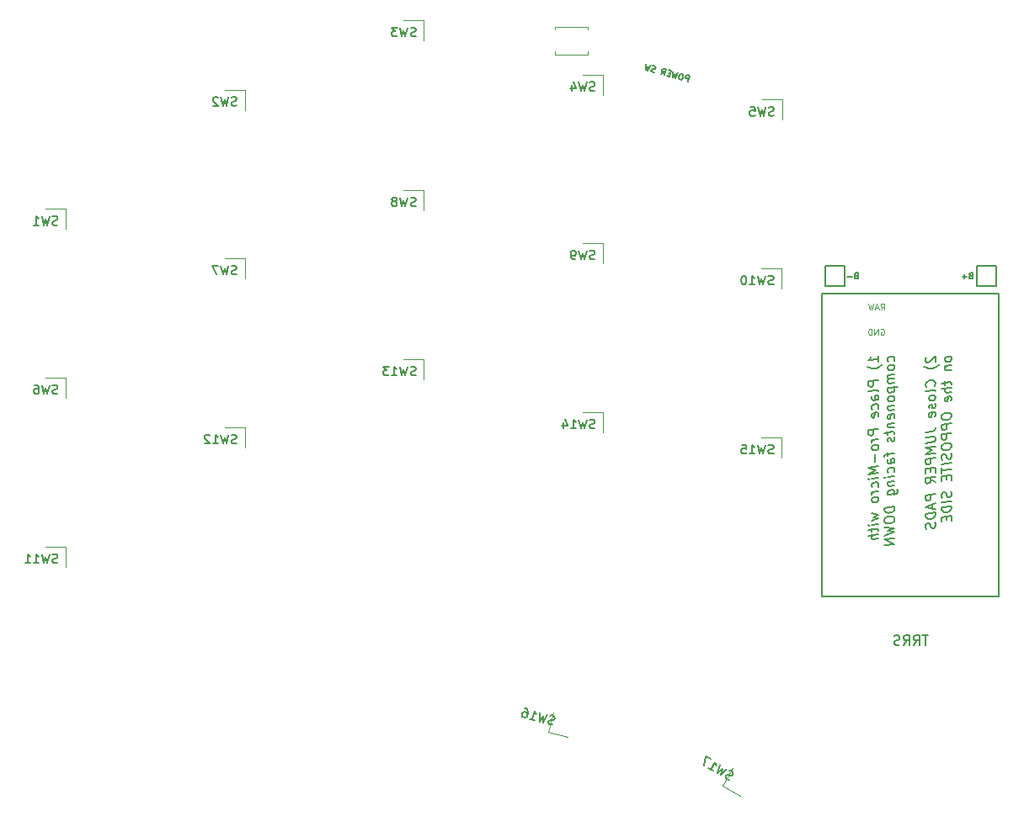
<source format=gbr>
%TF.GenerationSoftware,KiCad,Pcbnew,7.0.5*%
%TF.CreationDate,2023-09-03T18:34:12+02:00*%
%TF.ProjectId,half-swept,68616c66-2d73-4776-9570-742e6b696361,rev?*%
%TF.SameCoordinates,Original*%
%TF.FileFunction,Legend,Bot*%
%TF.FilePolarity,Positive*%
%FSLAX46Y46*%
G04 Gerber Fmt 4.6, Leading zero omitted, Abs format (unit mm)*
G04 Created by KiCad (PCBNEW 7.0.5) date 2023-09-03 18:34:12*
%MOMM*%
%LPD*%
G01*
G04 APERTURE LIST*
%ADD10C,0.120000*%
%ADD11C,0.150000*%
%ADD12C,0.160000*%
G04 APERTURE END LIST*
D10*
X115836308Y-49344131D02*
X116036308Y-49058417D01*
X116179165Y-49344131D02*
X116179165Y-48744131D01*
X116179165Y-48744131D02*
X115950594Y-48744131D01*
X115950594Y-48744131D02*
X115893451Y-48772702D01*
X115893451Y-48772702D02*
X115864880Y-48801274D01*
X115864880Y-48801274D02*
X115836308Y-48858417D01*
X115836308Y-48858417D02*
X115836308Y-48944131D01*
X115836308Y-48944131D02*
X115864880Y-49001274D01*
X115864880Y-49001274D02*
X115893451Y-49029845D01*
X115893451Y-49029845D02*
X115950594Y-49058417D01*
X115950594Y-49058417D02*
X116179165Y-49058417D01*
X115607737Y-49172702D02*
X115322023Y-49172702D01*
X115664880Y-49344131D02*
X115464880Y-48744131D01*
X115464880Y-48744131D02*
X115264880Y-49344131D01*
X115122022Y-48744131D02*
X114979165Y-49344131D01*
X114979165Y-49344131D02*
X114864879Y-48915560D01*
X114864879Y-48915560D02*
X114750594Y-49344131D01*
X114750594Y-49344131D02*
X114607737Y-48744131D01*
D11*
X113358570Y-45929485D02*
X113272856Y-45958057D01*
X113272856Y-45958057D02*
X113244285Y-45986628D01*
X113244285Y-45986628D02*
X113215713Y-46043771D01*
X113215713Y-46043771D02*
X113215713Y-46129485D01*
X113215713Y-46129485D02*
X113244285Y-46186628D01*
X113244285Y-46186628D02*
X113272856Y-46215200D01*
X113272856Y-46215200D02*
X113329999Y-46243771D01*
X113329999Y-46243771D02*
X113558570Y-46243771D01*
X113558570Y-46243771D02*
X113558570Y-45643771D01*
X113558570Y-45643771D02*
X113358570Y-45643771D01*
X113358570Y-45643771D02*
X113301428Y-45672342D01*
X113301428Y-45672342D02*
X113272856Y-45700914D01*
X113272856Y-45700914D02*
X113244285Y-45758057D01*
X113244285Y-45758057D02*
X113244285Y-45815200D01*
X113244285Y-45815200D02*
X113272856Y-45872342D01*
X113272856Y-45872342D02*
X113301428Y-45900914D01*
X113301428Y-45900914D02*
X113358570Y-45929485D01*
X113358570Y-45929485D02*
X113558570Y-45929485D01*
X112958570Y-46015200D02*
X112501428Y-46015200D01*
X120461857Y-54142703D02*
X120414238Y-54196274D01*
X120414238Y-54196274D02*
X120366619Y-54297464D01*
X120366619Y-54297464D02*
X120366619Y-54535560D01*
X120366619Y-54535560D02*
X120414238Y-54624845D01*
X120414238Y-54624845D02*
X120461857Y-54666512D01*
X120461857Y-54666512D02*
X120557095Y-54702226D01*
X120557095Y-54702226D02*
X120652333Y-54690322D01*
X120652333Y-54690322D02*
X120795190Y-54624845D01*
X120795190Y-54624845D02*
X121366619Y-53981988D01*
X121366619Y-53981988D02*
X121366619Y-54601036D01*
X121747571Y-54886750D02*
X121699952Y-54940322D01*
X121699952Y-54940322D02*
X121557095Y-55053417D01*
X121557095Y-55053417D02*
X121461857Y-55112941D01*
X121461857Y-55112941D02*
X121319000Y-55178417D01*
X121319000Y-55178417D02*
X121080904Y-55255798D01*
X121080904Y-55255798D02*
X120890428Y-55279607D01*
X120890428Y-55279607D02*
X120652333Y-55261750D01*
X120652333Y-55261750D02*
X120509476Y-55231988D01*
X120509476Y-55231988D02*
X120414238Y-55196274D01*
X120414238Y-55196274D02*
X120271380Y-55118893D01*
X120271380Y-55118893D02*
X120223761Y-55077226D01*
X121271380Y-57041513D02*
X121319000Y-56987941D01*
X121319000Y-56987941D02*
X121366619Y-56839132D01*
X121366619Y-56839132D02*
X121366619Y-56743894D01*
X121366619Y-56743894D02*
X121319000Y-56606989D01*
X121319000Y-56606989D02*
X121223761Y-56523656D01*
X121223761Y-56523656D02*
X121128523Y-56487941D01*
X121128523Y-56487941D02*
X120938047Y-56464132D01*
X120938047Y-56464132D02*
X120795190Y-56481989D01*
X120795190Y-56481989D02*
X120604714Y-56553417D01*
X120604714Y-56553417D02*
X120509476Y-56612941D01*
X120509476Y-56612941D02*
X120414238Y-56720084D01*
X120414238Y-56720084D02*
X120366619Y-56868894D01*
X120366619Y-56868894D02*
X120366619Y-56964132D01*
X120366619Y-56964132D02*
X120414238Y-57101037D01*
X120414238Y-57101037D02*
X120461857Y-57142703D01*
X121366619Y-57601037D02*
X121319000Y-57511751D01*
X121319000Y-57511751D02*
X121223761Y-57476037D01*
X121223761Y-57476037D02*
X120366619Y-57583179D01*
X121366619Y-58124847D02*
X121319000Y-58035561D01*
X121319000Y-58035561D02*
X121271380Y-57993894D01*
X121271380Y-57993894D02*
X121176142Y-57958180D01*
X121176142Y-57958180D02*
X120890428Y-57993894D01*
X120890428Y-57993894D02*
X120795190Y-58053418D01*
X120795190Y-58053418D02*
X120747571Y-58106989D01*
X120747571Y-58106989D02*
X120699952Y-58208180D01*
X120699952Y-58208180D02*
X120699952Y-58351037D01*
X120699952Y-58351037D02*
X120747571Y-58440323D01*
X120747571Y-58440323D02*
X120795190Y-58481989D01*
X120795190Y-58481989D02*
X120890428Y-58517704D01*
X120890428Y-58517704D02*
X121176142Y-58481989D01*
X121176142Y-58481989D02*
X121271380Y-58422466D01*
X121271380Y-58422466D02*
X121319000Y-58368894D01*
X121319000Y-58368894D02*
X121366619Y-58267704D01*
X121366619Y-58267704D02*
X121366619Y-58124847D01*
X121319000Y-58845085D02*
X121366619Y-58934370D01*
X121366619Y-58934370D02*
X121366619Y-59124847D01*
X121366619Y-59124847D02*
X121319000Y-59226037D01*
X121319000Y-59226037D02*
X121223761Y-59285561D01*
X121223761Y-59285561D02*
X121176142Y-59291513D01*
X121176142Y-59291513D02*
X121080904Y-59255799D01*
X121080904Y-59255799D02*
X121033285Y-59166513D01*
X121033285Y-59166513D02*
X121033285Y-59023656D01*
X121033285Y-59023656D02*
X120985666Y-58934370D01*
X120985666Y-58934370D02*
X120890428Y-58898656D01*
X120890428Y-58898656D02*
X120842809Y-58904609D01*
X120842809Y-58904609D02*
X120747571Y-58964132D01*
X120747571Y-58964132D02*
X120699952Y-59065323D01*
X120699952Y-59065323D02*
X120699952Y-59208180D01*
X120699952Y-59208180D02*
X120747571Y-59297466D01*
X121319000Y-60083180D02*
X121366619Y-59981990D01*
X121366619Y-59981990D02*
X121366619Y-59791513D01*
X121366619Y-59791513D02*
X121319000Y-59702228D01*
X121319000Y-59702228D02*
X121223761Y-59666513D01*
X121223761Y-59666513D02*
X120842809Y-59714133D01*
X120842809Y-59714133D02*
X120747571Y-59773656D01*
X120747571Y-59773656D02*
X120699952Y-59874847D01*
X120699952Y-59874847D02*
X120699952Y-60065323D01*
X120699952Y-60065323D02*
X120747571Y-60154609D01*
X120747571Y-60154609D02*
X120842809Y-60190323D01*
X120842809Y-60190323D02*
X120938047Y-60178418D01*
X120938047Y-60178418D02*
X121033285Y-59690323D01*
X120366619Y-61726038D02*
X121080904Y-61636752D01*
X121080904Y-61636752D02*
X121223761Y-61571276D01*
X121223761Y-61571276D02*
X121319000Y-61464133D01*
X121319000Y-61464133D02*
X121366619Y-61315323D01*
X121366619Y-61315323D02*
X121366619Y-61220085D01*
X120366619Y-62202228D02*
X121176142Y-62101038D01*
X121176142Y-62101038D02*
X121271380Y-62136752D01*
X121271380Y-62136752D02*
X121319000Y-62178419D01*
X121319000Y-62178419D02*
X121366619Y-62267705D01*
X121366619Y-62267705D02*
X121366619Y-62458181D01*
X121366619Y-62458181D02*
X121319000Y-62559371D01*
X121319000Y-62559371D02*
X121271380Y-62612943D01*
X121271380Y-62612943D02*
X121176142Y-62672466D01*
X121176142Y-62672466D02*
X120366619Y-62773657D01*
X121366619Y-63124847D02*
X120366619Y-63249847D01*
X120366619Y-63249847D02*
X121080904Y-63493895D01*
X121080904Y-63493895D02*
X120366619Y-63916514D01*
X120366619Y-63916514D02*
X121366619Y-63791514D01*
X121366619Y-64267704D02*
X120366619Y-64392704D01*
X120366619Y-64392704D02*
X120366619Y-64773657D01*
X120366619Y-64773657D02*
X120414238Y-64862942D01*
X120414238Y-64862942D02*
X120461857Y-64904609D01*
X120461857Y-64904609D02*
X120557095Y-64940323D01*
X120557095Y-64940323D02*
X120699952Y-64922466D01*
X120699952Y-64922466D02*
X120795190Y-64862942D01*
X120795190Y-64862942D02*
X120842809Y-64809371D01*
X120842809Y-64809371D02*
X120890428Y-64708181D01*
X120890428Y-64708181D02*
X120890428Y-64327228D01*
X120842809Y-65333181D02*
X120842809Y-65666514D01*
X121366619Y-65743895D02*
X121366619Y-65267704D01*
X121366619Y-65267704D02*
X120366619Y-65392704D01*
X120366619Y-65392704D02*
X120366619Y-65868895D01*
X121366619Y-66743895D02*
X120890428Y-66470085D01*
X121366619Y-66172466D02*
X120366619Y-66297466D01*
X120366619Y-66297466D02*
X120366619Y-66678419D01*
X120366619Y-66678419D02*
X120414238Y-66767704D01*
X120414238Y-66767704D02*
X120461857Y-66809371D01*
X120461857Y-66809371D02*
X120557095Y-66845085D01*
X120557095Y-66845085D02*
X120699952Y-66827228D01*
X120699952Y-66827228D02*
X120795190Y-66767704D01*
X120795190Y-66767704D02*
X120842809Y-66714133D01*
X120842809Y-66714133D02*
X120890428Y-66612943D01*
X120890428Y-66612943D02*
X120890428Y-66231990D01*
X121366619Y-67934371D02*
X120366619Y-68059371D01*
X120366619Y-68059371D02*
X120366619Y-68440324D01*
X120366619Y-68440324D02*
X120414238Y-68529609D01*
X120414238Y-68529609D02*
X120461857Y-68571276D01*
X120461857Y-68571276D02*
X120557095Y-68606990D01*
X120557095Y-68606990D02*
X120699952Y-68589133D01*
X120699952Y-68589133D02*
X120795190Y-68529609D01*
X120795190Y-68529609D02*
X120842809Y-68476038D01*
X120842809Y-68476038D02*
X120890428Y-68374848D01*
X120890428Y-68374848D02*
X120890428Y-67993895D01*
X121080904Y-68922467D02*
X121080904Y-69398657D01*
X121366619Y-68791514D02*
X120366619Y-69249848D01*
X120366619Y-69249848D02*
X121366619Y-69458181D01*
X121366619Y-69791514D02*
X120366619Y-69916514D01*
X120366619Y-69916514D02*
X120366619Y-70154610D01*
X120366619Y-70154610D02*
X120414238Y-70291514D01*
X120414238Y-70291514D02*
X120509476Y-70374848D01*
X120509476Y-70374848D02*
X120604714Y-70410562D01*
X120604714Y-70410562D02*
X120795190Y-70434372D01*
X120795190Y-70434372D02*
X120938047Y-70416514D01*
X120938047Y-70416514D02*
X121128523Y-70345086D01*
X121128523Y-70345086D02*
X121223761Y-70285562D01*
X121223761Y-70285562D02*
X121319000Y-70178419D01*
X121319000Y-70178419D02*
X121366619Y-70029610D01*
X121366619Y-70029610D02*
X121366619Y-69791514D01*
X121319000Y-70749848D02*
X121366619Y-70886752D01*
X121366619Y-70886752D02*
X121366619Y-71124848D01*
X121366619Y-71124848D02*
X121319000Y-71226038D01*
X121319000Y-71226038D02*
X121271380Y-71279610D01*
X121271380Y-71279610D02*
X121176142Y-71339133D01*
X121176142Y-71339133D02*
X121080904Y-71351038D01*
X121080904Y-71351038D02*
X120985666Y-71315324D01*
X120985666Y-71315324D02*
X120938047Y-71273657D01*
X120938047Y-71273657D02*
X120890428Y-71184372D01*
X120890428Y-71184372D02*
X120842809Y-70999848D01*
X120842809Y-70999848D02*
X120795190Y-70910562D01*
X120795190Y-70910562D02*
X120747571Y-70868895D01*
X120747571Y-70868895D02*
X120652333Y-70833181D01*
X120652333Y-70833181D02*
X120557095Y-70845086D01*
X120557095Y-70845086D02*
X120461857Y-70904610D01*
X120461857Y-70904610D02*
X120414238Y-70958181D01*
X120414238Y-70958181D02*
X120366619Y-71059372D01*
X120366619Y-71059372D02*
X120366619Y-71297467D01*
X120366619Y-71297467D02*
X120414238Y-71434372D01*
X122976619Y-54220084D02*
X122929000Y-54130798D01*
X122929000Y-54130798D02*
X122881380Y-54089131D01*
X122881380Y-54089131D02*
X122786142Y-54053417D01*
X122786142Y-54053417D02*
X122500428Y-54089131D01*
X122500428Y-54089131D02*
X122405190Y-54148655D01*
X122405190Y-54148655D02*
X122357571Y-54202226D01*
X122357571Y-54202226D02*
X122309952Y-54303417D01*
X122309952Y-54303417D02*
X122309952Y-54446274D01*
X122309952Y-54446274D02*
X122357571Y-54535560D01*
X122357571Y-54535560D02*
X122405190Y-54577226D01*
X122405190Y-54577226D02*
X122500428Y-54612941D01*
X122500428Y-54612941D02*
X122786142Y-54577226D01*
X122786142Y-54577226D02*
X122881380Y-54517703D01*
X122881380Y-54517703D02*
X122929000Y-54464131D01*
X122929000Y-54464131D02*
X122976619Y-54362941D01*
X122976619Y-54362941D02*
X122976619Y-54220084D01*
X122309952Y-55065322D02*
X122976619Y-54981988D01*
X122405190Y-55053417D02*
X122357571Y-55106988D01*
X122357571Y-55106988D02*
X122309952Y-55208179D01*
X122309952Y-55208179D02*
X122309952Y-55351036D01*
X122309952Y-55351036D02*
X122357571Y-55440322D01*
X122357571Y-55440322D02*
X122452809Y-55476036D01*
X122452809Y-55476036D02*
X122976619Y-55410560D01*
X122309952Y-56589132D02*
X122309952Y-56970084D01*
X121976619Y-56773655D02*
X122833761Y-56666513D01*
X122833761Y-56666513D02*
X122929000Y-56702227D01*
X122929000Y-56702227D02*
X122976619Y-56791513D01*
X122976619Y-56791513D02*
X122976619Y-56886751D01*
X122976619Y-57220084D02*
X121976619Y-57345084D01*
X122976619Y-57648656D02*
X122452809Y-57714132D01*
X122452809Y-57714132D02*
X122357571Y-57678418D01*
X122357571Y-57678418D02*
X122309952Y-57589132D01*
X122309952Y-57589132D02*
X122309952Y-57446275D01*
X122309952Y-57446275D02*
X122357571Y-57345084D01*
X122357571Y-57345084D02*
X122405190Y-57291513D01*
X122929000Y-58511751D02*
X122976619Y-58410561D01*
X122976619Y-58410561D02*
X122976619Y-58220084D01*
X122976619Y-58220084D02*
X122929000Y-58130799D01*
X122929000Y-58130799D02*
X122833761Y-58095084D01*
X122833761Y-58095084D02*
X122452809Y-58142704D01*
X122452809Y-58142704D02*
X122357571Y-58202227D01*
X122357571Y-58202227D02*
X122309952Y-58303418D01*
X122309952Y-58303418D02*
X122309952Y-58493894D01*
X122309952Y-58493894D02*
X122357571Y-58583180D01*
X122357571Y-58583180D02*
X122452809Y-58618894D01*
X122452809Y-58618894D02*
X122548047Y-58606989D01*
X122548047Y-58606989D02*
X122643285Y-58118894D01*
X121976619Y-60059371D02*
X121976619Y-60249847D01*
X121976619Y-60249847D02*
X122024238Y-60339132D01*
X122024238Y-60339132D02*
X122119476Y-60422466D01*
X122119476Y-60422466D02*
X122309952Y-60446275D01*
X122309952Y-60446275D02*
X122643285Y-60404609D01*
X122643285Y-60404609D02*
X122833761Y-60333180D01*
X122833761Y-60333180D02*
X122929000Y-60226037D01*
X122929000Y-60226037D02*
X122976619Y-60124847D01*
X122976619Y-60124847D02*
X122976619Y-59934371D01*
X122976619Y-59934371D02*
X122929000Y-59845085D01*
X122929000Y-59845085D02*
X122833761Y-59761752D01*
X122833761Y-59761752D02*
X122643285Y-59737942D01*
X122643285Y-59737942D02*
X122309952Y-59779609D01*
X122309952Y-59779609D02*
X122119476Y-59851037D01*
X122119476Y-59851037D02*
X122024238Y-59958180D01*
X122024238Y-59958180D02*
X121976619Y-60059371D01*
X122976619Y-60791513D02*
X121976619Y-60916513D01*
X121976619Y-60916513D02*
X121976619Y-61297466D01*
X121976619Y-61297466D02*
X122024238Y-61386751D01*
X122024238Y-61386751D02*
X122071857Y-61428418D01*
X122071857Y-61428418D02*
X122167095Y-61464132D01*
X122167095Y-61464132D02*
X122309952Y-61446275D01*
X122309952Y-61446275D02*
X122405190Y-61386751D01*
X122405190Y-61386751D02*
X122452809Y-61333180D01*
X122452809Y-61333180D02*
X122500428Y-61231990D01*
X122500428Y-61231990D02*
X122500428Y-60851037D01*
X122976619Y-61791513D02*
X121976619Y-61916513D01*
X121976619Y-61916513D02*
X121976619Y-62297466D01*
X121976619Y-62297466D02*
X122024238Y-62386751D01*
X122024238Y-62386751D02*
X122071857Y-62428418D01*
X122071857Y-62428418D02*
X122167095Y-62464132D01*
X122167095Y-62464132D02*
X122309952Y-62446275D01*
X122309952Y-62446275D02*
X122405190Y-62386751D01*
X122405190Y-62386751D02*
X122452809Y-62333180D01*
X122452809Y-62333180D02*
X122500428Y-62231990D01*
X122500428Y-62231990D02*
X122500428Y-61851037D01*
X121976619Y-63106990D02*
X121976619Y-63297466D01*
X121976619Y-63297466D02*
X122024238Y-63386751D01*
X122024238Y-63386751D02*
X122119476Y-63470085D01*
X122119476Y-63470085D02*
X122309952Y-63493894D01*
X122309952Y-63493894D02*
X122643285Y-63452228D01*
X122643285Y-63452228D02*
X122833761Y-63380799D01*
X122833761Y-63380799D02*
X122929000Y-63273656D01*
X122929000Y-63273656D02*
X122976619Y-63172466D01*
X122976619Y-63172466D02*
X122976619Y-62981990D01*
X122976619Y-62981990D02*
X122929000Y-62892704D01*
X122929000Y-62892704D02*
X122833761Y-62809371D01*
X122833761Y-62809371D02*
X122643285Y-62785561D01*
X122643285Y-62785561D02*
X122309952Y-62827228D01*
X122309952Y-62827228D02*
X122119476Y-62898656D01*
X122119476Y-62898656D02*
X122024238Y-63005799D01*
X122024238Y-63005799D02*
X121976619Y-63106990D01*
X122929000Y-63797466D02*
X122976619Y-63934370D01*
X122976619Y-63934370D02*
X122976619Y-64172466D01*
X122976619Y-64172466D02*
X122929000Y-64273656D01*
X122929000Y-64273656D02*
X122881380Y-64327228D01*
X122881380Y-64327228D02*
X122786142Y-64386751D01*
X122786142Y-64386751D02*
X122690904Y-64398656D01*
X122690904Y-64398656D02*
X122595666Y-64362942D01*
X122595666Y-64362942D02*
X122548047Y-64321275D01*
X122548047Y-64321275D02*
X122500428Y-64231990D01*
X122500428Y-64231990D02*
X122452809Y-64047466D01*
X122452809Y-64047466D02*
X122405190Y-63958180D01*
X122405190Y-63958180D02*
X122357571Y-63916513D01*
X122357571Y-63916513D02*
X122262333Y-63880799D01*
X122262333Y-63880799D02*
X122167095Y-63892704D01*
X122167095Y-63892704D02*
X122071857Y-63952228D01*
X122071857Y-63952228D02*
X122024238Y-64005799D01*
X122024238Y-64005799D02*
X121976619Y-64106990D01*
X121976619Y-64106990D02*
X121976619Y-64345085D01*
X121976619Y-64345085D02*
X122024238Y-64481990D01*
X122976619Y-64791513D02*
X121976619Y-64916513D01*
X121976619Y-65249846D02*
X121976619Y-65821275D01*
X122976619Y-65410561D02*
X121976619Y-65535561D01*
X122452809Y-66095085D02*
X122452809Y-66428418D01*
X122976619Y-66505799D02*
X122976619Y-66029608D01*
X122976619Y-66029608D02*
X121976619Y-66154608D01*
X121976619Y-66154608D02*
X121976619Y-66630799D01*
X122929000Y-67654609D02*
X122976619Y-67791513D01*
X122976619Y-67791513D02*
X122976619Y-68029609D01*
X122976619Y-68029609D02*
X122929000Y-68130799D01*
X122929000Y-68130799D02*
X122881380Y-68184371D01*
X122881380Y-68184371D02*
X122786142Y-68243894D01*
X122786142Y-68243894D02*
X122690904Y-68255799D01*
X122690904Y-68255799D02*
X122595666Y-68220085D01*
X122595666Y-68220085D02*
X122548047Y-68178418D01*
X122548047Y-68178418D02*
X122500428Y-68089133D01*
X122500428Y-68089133D02*
X122452809Y-67904609D01*
X122452809Y-67904609D02*
X122405190Y-67815323D01*
X122405190Y-67815323D02*
X122357571Y-67773656D01*
X122357571Y-67773656D02*
X122262333Y-67737942D01*
X122262333Y-67737942D02*
X122167095Y-67749847D01*
X122167095Y-67749847D02*
X122071857Y-67809371D01*
X122071857Y-67809371D02*
X122024238Y-67862942D01*
X122024238Y-67862942D02*
X121976619Y-67964133D01*
X121976619Y-67964133D02*
X121976619Y-68202228D01*
X121976619Y-68202228D02*
X122024238Y-68339133D01*
X122976619Y-68648656D02*
X121976619Y-68773656D01*
X122976619Y-69124846D02*
X121976619Y-69249846D01*
X121976619Y-69249846D02*
X121976619Y-69487942D01*
X121976619Y-69487942D02*
X122024238Y-69624846D01*
X122024238Y-69624846D02*
X122119476Y-69708180D01*
X122119476Y-69708180D02*
X122214714Y-69743894D01*
X122214714Y-69743894D02*
X122405190Y-69767704D01*
X122405190Y-69767704D02*
X122548047Y-69749846D01*
X122548047Y-69749846D02*
X122738523Y-69678418D01*
X122738523Y-69678418D02*
X122833761Y-69618894D01*
X122833761Y-69618894D02*
X122929000Y-69511751D01*
X122929000Y-69511751D02*
X122976619Y-69362942D01*
X122976619Y-69362942D02*
X122976619Y-69124846D01*
X122452809Y-70190323D02*
X122452809Y-70523656D01*
X122976619Y-70601037D02*
X122976619Y-70124846D01*
X122976619Y-70124846D02*
X121976619Y-70249846D01*
X121976619Y-70249846D02*
X121976619Y-70726037D01*
D10*
X115864880Y-51312702D02*
X115922023Y-51284131D01*
X115922023Y-51284131D02*
X116007737Y-51284131D01*
X116007737Y-51284131D02*
X116093451Y-51312702D01*
X116093451Y-51312702D02*
X116150594Y-51369845D01*
X116150594Y-51369845D02*
X116179165Y-51426988D01*
X116179165Y-51426988D02*
X116207737Y-51541274D01*
X116207737Y-51541274D02*
X116207737Y-51626988D01*
X116207737Y-51626988D02*
X116179165Y-51741274D01*
X116179165Y-51741274D02*
X116150594Y-51798417D01*
X116150594Y-51798417D02*
X116093451Y-51855560D01*
X116093451Y-51855560D02*
X116007737Y-51884131D01*
X116007737Y-51884131D02*
X115950594Y-51884131D01*
X115950594Y-51884131D02*
X115864880Y-51855560D01*
X115864880Y-51855560D02*
X115836308Y-51826988D01*
X115836308Y-51826988D02*
X115836308Y-51626988D01*
X115836308Y-51626988D02*
X115950594Y-51626988D01*
X115579165Y-51884131D02*
X115579165Y-51284131D01*
X115579165Y-51284131D02*
X115236308Y-51884131D01*
X115236308Y-51884131D02*
X115236308Y-51284131D01*
X114950594Y-51884131D02*
X114950594Y-51284131D01*
X114950594Y-51284131D02*
X114807737Y-51284131D01*
X114807737Y-51284131D02*
X114722023Y-51312702D01*
X114722023Y-51312702D02*
X114664880Y-51369845D01*
X114664880Y-51369845D02*
X114636309Y-51426988D01*
X114636309Y-51426988D02*
X114607737Y-51541274D01*
X114607737Y-51541274D02*
X114607737Y-51626988D01*
X114607737Y-51626988D02*
X114636309Y-51741274D01*
X114636309Y-51741274D02*
X114664880Y-51798417D01*
X114664880Y-51798417D02*
X114722023Y-51855560D01*
X114722023Y-51855560D02*
X114807737Y-51884131D01*
X114807737Y-51884131D02*
X114950594Y-51884131D01*
D11*
X115626219Y-54601036D02*
X115626219Y-54029607D01*
X115626219Y-54315322D02*
X114626219Y-54440322D01*
X114626219Y-54440322D02*
X114769076Y-54327226D01*
X114769076Y-54327226D02*
X114864314Y-54220084D01*
X114864314Y-54220084D02*
X114911933Y-54118893D01*
X116007171Y-54886750D02*
X115959552Y-54940322D01*
X115959552Y-54940322D02*
X115816695Y-55053417D01*
X115816695Y-55053417D02*
X115721457Y-55112941D01*
X115721457Y-55112941D02*
X115578600Y-55178417D01*
X115578600Y-55178417D02*
X115340504Y-55255798D01*
X115340504Y-55255798D02*
X115150028Y-55279607D01*
X115150028Y-55279607D02*
X114911933Y-55261750D01*
X114911933Y-55261750D02*
X114769076Y-55231988D01*
X114769076Y-55231988D02*
X114673838Y-55196274D01*
X114673838Y-55196274D02*
X114530980Y-55118893D01*
X114530980Y-55118893D02*
X114483361Y-55077226D01*
X115626219Y-56458179D02*
X114626219Y-56583179D01*
X114626219Y-56583179D02*
X114626219Y-56964132D01*
X114626219Y-56964132D02*
X114673838Y-57053417D01*
X114673838Y-57053417D02*
X114721457Y-57095084D01*
X114721457Y-57095084D02*
X114816695Y-57130798D01*
X114816695Y-57130798D02*
X114959552Y-57112941D01*
X114959552Y-57112941D02*
X115054790Y-57053417D01*
X115054790Y-57053417D02*
X115102409Y-56999846D01*
X115102409Y-56999846D02*
X115150028Y-56898656D01*
X115150028Y-56898656D02*
X115150028Y-56517703D01*
X115626219Y-57601037D02*
X115578600Y-57511751D01*
X115578600Y-57511751D02*
X115483361Y-57476037D01*
X115483361Y-57476037D02*
X114626219Y-57583179D01*
X115626219Y-58410561D02*
X115102409Y-58476037D01*
X115102409Y-58476037D02*
X115007171Y-58440323D01*
X115007171Y-58440323D02*
X114959552Y-58351037D01*
X114959552Y-58351037D02*
X114959552Y-58160561D01*
X114959552Y-58160561D02*
X115007171Y-58059370D01*
X115578600Y-58416513D02*
X115626219Y-58315323D01*
X115626219Y-58315323D02*
X115626219Y-58077227D01*
X115626219Y-58077227D02*
X115578600Y-57987942D01*
X115578600Y-57987942D02*
X115483361Y-57952227D01*
X115483361Y-57952227D02*
X115388123Y-57964132D01*
X115388123Y-57964132D02*
X115292885Y-58023656D01*
X115292885Y-58023656D02*
X115245266Y-58124847D01*
X115245266Y-58124847D02*
X115245266Y-58362942D01*
X115245266Y-58362942D02*
X115197647Y-58464132D01*
X115578600Y-59321275D02*
X115626219Y-59220085D01*
X115626219Y-59220085D02*
X115626219Y-59029609D01*
X115626219Y-59029609D02*
X115578600Y-58940323D01*
X115578600Y-58940323D02*
X115530980Y-58898656D01*
X115530980Y-58898656D02*
X115435742Y-58862942D01*
X115435742Y-58862942D02*
X115150028Y-58898656D01*
X115150028Y-58898656D02*
X115054790Y-58958180D01*
X115054790Y-58958180D02*
X115007171Y-59011751D01*
X115007171Y-59011751D02*
X114959552Y-59112942D01*
X114959552Y-59112942D02*
X114959552Y-59303418D01*
X114959552Y-59303418D02*
X115007171Y-59392704D01*
X115578600Y-60130799D02*
X115626219Y-60029609D01*
X115626219Y-60029609D02*
X115626219Y-59839132D01*
X115626219Y-59839132D02*
X115578600Y-59749847D01*
X115578600Y-59749847D02*
X115483361Y-59714132D01*
X115483361Y-59714132D02*
X115102409Y-59761752D01*
X115102409Y-59761752D02*
X115007171Y-59821275D01*
X115007171Y-59821275D02*
X114959552Y-59922466D01*
X114959552Y-59922466D02*
X114959552Y-60112942D01*
X114959552Y-60112942D02*
X115007171Y-60202228D01*
X115007171Y-60202228D02*
X115102409Y-60237942D01*
X115102409Y-60237942D02*
X115197647Y-60226037D01*
X115197647Y-60226037D02*
X115292885Y-59737942D01*
X115626219Y-61362942D02*
X114626219Y-61487942D01*
X114626219Y-61487942D02*
X114626219Y-61868895D01*
X114626219Y-61868895D02*
X114673838Y-61958180D01*
X114673838Y-61958180D02*
X114721457Y-61999847D01*
X114721457Y-61999847D02*
X114816695Y-62035561D01*
X114816695Y-62035561D02*
X114959552Y-62017704D01*
X114959552Y-62017704D02*
X115054790Y-61958180D01*
X115054790Y-61958180D02*
X115102409Y-61904609D01*
X115102409Y-61904609D02*
X115150028Y-61803419D01*
X115150028Y-61803419D02*
X115150028Y-61422466D01*
X115626219Y-62362942D02*
X114959552Y-62446276D01*
X115150028Y-62422466D02*
X115054790Y-62481990D01*
X115054790Y-62481990D02*
X115007171Y-62535561D01*
X115007171Y-62535561D02*
X114959552Y-62636752D01*
X114959552Y-62636752D02*
X114959552Y-62731990D01*
X115626219Y-63124848D02*
X115578600Y-63035562D01*
X115578600Y-63035562D02*
X115530980Y-62993895D01*
X115530980Y-62993895D02*
X115435742Y-62958181D01*
X115435742Y-62958181D02*
X115150028Y-62993895D01*
X115150028Y-62993895D02*
X115054790Y-63053419D01*
X115054790Y-63053419D02*
X115007171Y-63106990D01*
X115007171Y-63106990D02*
X114959552Y-63208181D01*
X114959552Y-63208181D02*
X114959552Y-63351038D01*
X114959552Y-63351038D02*
X115007171Y-63440324D01*
X115007171Y-63440324D02*
X115054790Y-63481990D01*
X115054790Y-63481990D02*
X115150028Y-63517705D01*
X115150028Y-63517705D02*
X115435742Y-63481990D01*
X115435742Y-63481990D02*
X115530980Y-63422467D01*
X115530980Y-63422467D02*
X115578600Y-63368895D01*
X115578600Y-63368895D02*
X115626219Y-63267705D01*
X115626219Y-63267705D02*
X115626219Y-63124848D01*
X115245266Y-63934371D02*
X115245266Y-64696276D01*
X115626219Y-65124847D02*
X114626219Y-65249847D01*
X114626219Y-65249847D02*
X115340504Y-65493895D01*
X115340504Y-65493895D02*
X114626219Y-65916514D01*
X114626219Y-65916514D02*
X115626219Y-65791514D01*
X115626219Y-66267704D02*
X114959552Y-66351038D01*
X114626219Y-66392704D02*
X114673838Y-66339133D01*
X114673838Y-66339133D02*
X114721457Y-66380800D01*
X114721457Y-66380800D02*
X114673838Y-66434371D01*
X114673838Y-66434371D02*
X114626219Y-66392704D01*
X114626219Y-66392704D02*
X114721457Y-66380800D01*
X115578600Y-67178418D02*
X115626219Y-67077228D01*
X115626219Y-67077228D02*
X115626219Y-66886752D01*
X115626219Y-66886752D02*
X115578600Y-66797466D01*
X115578600Y-66797466D02*
X115530980Y-66755799D01*
X115530980Y-66755799D02*
X115435742Y-66720085D01*
X115435742Y-66720085D02*
X115150028Y-66755799D01*
X115150028Y-66755799D02*
X115054790Y-66815323D01*
X115054790Y-66815323D02*
X115007171Y-66868894D01*
X115007171Y-66868894D02*
X114959552Y-66970085D01*
X114959552Y-66970085D02*
X114959552Y-67160561D01*
X114959552Y-67160561D02*
X115007171Y-67249847D01*
X115626219Y-67601037D02*
X114959552Y-67684371D01*
X115150028Y-67660561D02*
X115054790Y-67720085D01*
X115054790Y-67720085D02*
X115007171Y-67773656D01*
X115007171Y-67773656D02*
X114959552Y-67874847D01*
X114959552Y-67874847D02*
X114959552Y-67970085D01*
X115626219Y-68362943D02*
X115578600Y-68273657D01*
X115578600Y-68273657D02*
X115530980Y-68231990D01*
X115530980Y-68231990D02*
X115435742Y-68196276D01*
X115435742Y-68196276D02*
X115150028Y-68231990D01*
X115150028Y-68231990D02*
X115054790Y-68291514D01*
X115054790Y-68291514D02*
X115007171Y-68345085D01*
X115007171Y-68345085D02*
X114959552Y-68446276D01*
X114959552Y-68446276D02*
X114959552Y-68589133D01*
X114959552Y-68589133D02*
X115007171Y-68678419D01*
X115007171Y-68678419D02*
X115054790Y-68720085D01*
X115054790Y-68720085D02*
X115150028Y-68755800D01*
X115150028Y-68755800D02*
X115435742Y-68720085D01*
X115435742Y-68720085D02*
X115530980Y-68660562D01*
X115530980Y-68660562D02*
X115578600Y-68606990D01*
X115578600Y-68606990D02*
X115626219Y-68505800D01*
X115626219Y-68505800D02*
X115626219Y-68362943D01*
X114959552Y-69874848D02*
X115626219Y-69981990D01*
X115626219Y-69981990D02*
X115150028Y-70231990D01*
X115150028Y-70231990D02*
X115626219Y-70362943D01*
X115626219Y-70362943D02*
X114959552Y-70636752D01*
X115626219Y-70934371D02*
X114959552Y-71017705D01*
X114626219Y-71059371D02*
X114673838Y-71005800D01*
X114673838Y-71005800D02*
X114721457Y-71047467D01*
X114721457Y-71047467D02*
X114673838Y-71101038D01*
X114673838Y-71101038D02*
X114626219Y-71059371D01*
X114626219Y-71059371D02*
X114721457Y-71047467D01*
X114959552Y-71351038D02*
X114959552Y-71731990D01*
X114626219Y-71535561D02*
X115483361Y-71428419D01*
X115483361Y-71428419D02*
X115578600Y-71464133D01*
X115578600Y-71464133D02*
X115626219Y-71553419D01*
X115626219Y-71553419D02*
X115626219Y-71648657D01*
X115626219Y-71981990D02*
X114626219Y-72106990D01*
X115626219Y-72410562D02*
X115102409Y-72476038D01*
X115102409Y-72476038D02*
X115007171Y-72440324D01*
X115007171Y-72440324D02*
X114959552Y-72351038D01*
X114959552Y-72351038D02*
X114959552Y-72208181D01*
X114959552Y-72208181D02*
X115007171Y-72106990D01*
X115007171Y-72106990D02*
X115054790Y-72053419D01*
X117188600Y-54511750D02*
X117236219Y-54410560D01*
X117236219Y-54410560D02*
X117236219Y-54220084D01*
X117236219Y-54220084D02*
X117188600Y-54130798D01*
X117188600Y-54130798D02*
X117140980Y-54089131D01*
X117140980Y-54089131D02*
X117045742Y-54053417D01*
X117045742Y-54053417D02*
X116760028Y-54089131D01*
X116760028Y-54089131D02*
X116664790Y-54148655D01*
X116664790Y-54148655D02*
X116617171Y-54202226D01*
X116617171Y-54202226D02*
X116569552Y-54303417D01*
X116569552Y-54303417D02*
X116569552Y-54493893D01*
X116569552Y-54493893D02*
X116617171Y-54583179D01*
X117236219Y-55077227D02*
X117188600Y-54987941D01*
X117188600Y-54987941D02*
X117140980Y-54946274D01*
X117140980Y-54946274D02*
X117045742Y-54910560D01*
X117045742Y-54910560D02*
X116760028Y-54946274D01*
X116760028Y-54946274D02*
X116664790Y-55005798D01*
X116664790Y-55005798D02*
X116617171Y-55059369D01*
X116617171Y-55059369D02*
X116569552Y-55160560D01*
X116569552Y-55160560D02*
X116569552Y-55303417D01*
X116569552Y-55303417D02*
X116617171Y-55392703D01*
X116617171Y-55392703D02*
X116664790Y-55434369D01*
X116664790Y-55434369D02*
X116760028Y-55470084D01*
X116760028Y-55470084D02*
X117045742Y-55434369D01*
X117045742Y-55434369D02*
X117140980Y-55374846D01*
X117140980Y-55374846D02*
X117188600Y-55321274D01*
X117188600Y-55321274D02*
X117236219Y-55220084D01*
X117236219Y-55220084D02*
X117236219Y-55077227D01*
X117236219Y-55839131D02*
X116569552Y-55922465D01*
X116664790Y-55910560D02*
X116617171Y-55964131D01*
X116617171Y-55964131D02*
X116569552Y-56065322D01*
X116569552Y-56065322D02*
X116569552Y-56208179D01*
X116569552Y-56208179D02*
X116617171Y-56297465D01*
X116617171Y-56297465D02*
X116712409Y-56333179D01*
X116712409Y-56333179D02*
X117236219Y-56267703D01*
X116712409Y-56333179D02*
X116617171Y-56392703D01*
X116617171Y-56392703D02*
X116569552Y-56493893D01*
X116569552Y-56493893D02*
X116569552Y-56636750D01*
X116569552Y-56636750D02*
X116617171Y-56726036D01*
X116617171Y-56726036D02*
X116712409Y-56761750D01*
X116712409Y-56761750D02*
X117236219Y-56696274D01*
X116569552Y-57255798D02*
X117569552Y-57130798D01*
X116617171Y-57249845D02*
X116569552Y-57351036D01*
X116569552Y-57351036D02*
X116569552Y-57541512D01*
X116569552Y-57541512D02*
X116617171Y-57630798D01*
X116617171Y-57630798D02*
X116664790Y-57672464D01*
X116664790Y-57672464D02*
X116760028Y-57708179D01*
X116760028Y-57708179D02*
X117045742Y-57672464D01*
X117045742Y-57672464D02*
X117140980Y-57612941D01*
X117140980Y-57612941D02*
X117188600Y-57559369D01*
X117188600Y-57559369D02*
X117236219Y-57458179D01*
X117236219Y-57458179D02*
X117236219Y-57267702D01*
X117236219Y-57267702D02*
X117188600Y-57178417D01*
X117236219Y-58220084D02*
X117188600Y-58130798D01*
X117188600Y-58130798D02*
X117140980Y-58089131D01*
X117140980Y-58089131D02*
X117045742Y-58053417D01*
X117045742Y-58053417D02*
X116760028Y-58089131D01*
X116760028Y-58089131D02*
X116664790Y-58148655D01*
X116664790Y-58148655D02*
X116617171Y-58202226D01*
X116617171Y-58202226D02*
X116569552Y-58303417D01*
X116569552Y-58303417D02*
X116569552Y-58446274D01*
X116569552Y-58446274D02*
X116617171Y-58535560D01*
X116617171Y-58535560D02*
X116664790Y-58577226D01*
X116664790Y-58577226D02*
X116760028Y-58612941D01*
X116760028Y-58612941D02*
X117045742Y-58577226D01*
X117045742Y-58577226D02*
X117140980Y-58517703D01*
X117140980Y-58517703D02*
X117188600Y-58464131D01*
X117188600Y-58464131D02*
X117236219Y-58362941D01*
X117236219Y-58362941D02*
X117236219Y-58220084D01*
X116569552Y-59065322D02*
X117236219Y-58981988D01*
X116664790Y-59053417D02*
X116617171Y-59106988D01*
X116617171Y-59106988D02*
X116569552Y-59208179D01*
X116569552Y-59208179D02*
X116569552Y-59351036D01*
X116569552Y-59351036D02*
X116617171Y-59440322D01*
X116617171Y-59440322D02*
X116712409Y-59476036D01*
X116712409Y-59476036D02*
X117236219Y-59410560D01*
X117188600Y-60273655D02*
X117236219Y-60172465D01*
X117236219Y-60172465D02*
X117236219Y-59981988D01*
X117236219Y-59981988D02*
X117188600Y-59892703D01*
X117188600Y-59892703D02*
X117093361Y-59856988D01*
X117093361Y-59856988D02*
X116712409Y-59904608D01*
X116712409Y-59904608D02*
X116617171Y-59964131D01*
X116617171Y-59964131D02*
X116569552Y-60065322D01*
X116569552Y-60065322D02*
X116569552Y-60255798D01*
X116569552Y-60255798D02*
X116617171Y-60345084D01*
X116617171Y-60345084D02*
X116712409Y-60380798D01*
X116712409Y-60380798D02*
X116807647Y-60368893D01*
X116807647Y-60368893D02*
X116902885Y-59880798D01*
X116569552Y-60827227D02*
X117236219Y-60743893D01*
X116664790Y-60815322D02*
X116617171Y-60868893D01*
X116617171Y-60868893D02*
X116569552Y-60970084D01*
X116569552Y-60970084D02*
X116569552Y-61112941D01*
X116569552Y-61112941D02*
X116617171Y-61202227D01*
X116617171Y-61202227D02*
X116712409Y-61237941D01*
X116712409Y-61237941D02*
X117236219Y-61172465D01*
X116569552Y-61589132D02*
X116569552Y-61970084D01*
X116236219Y-61773655D02*
X117093361Y-61666513D01*
X117093361Y-61666513D02*
X117188600Y-61702227D01*
X117188600Y-61702227D02*
X117236219Y-61791513D01*
X117236219Y-61791513D02*
X117236219Y-61886751D01*
X117188600Y-62178418D02*
X117236219Y-62267703D01*
X117236219Y-62267703D02*
X117236219Y-62458180D01*
X117236219Y-62458180D02*
X117188600Y-62559370D01*
X117188600Y-62559370D02*
X117093361Y-62618894D01*
X117093361Y-62618894D02*
X117045742Y-62624846D01*
X117045742Y-62624846D02*
X116950504Y-62589132D01*
X116950504Y-62589132D02*
X116902885Y-62499846D01*
X116902885Y-62499846D02*
X116902885Y-62356989D01*
X116902885Y-62356989D02*
X116855266Y-62267703D01*
X116855266Y-62267703D02*
X116760028Y-62231989D01*
X116760028Y-62231989D02*
X116712409Y-62237942D01*
X116712409Y-62237942D02*
X116617171Y-62297465D01*
X116617171Y-62297465D02*
X116569552Y-62398656D01*
X116569552Y-62398656D02*
X116569552Y-62541513D01*
X116569552Y-62541513D02*
X116617171Y-62630799D01*
X116569552Y-63731990D02*
X116569552Y-64112942D01*
X117236219Y-63791513D02*
X116379076Y-63898656D01*
X116379076Y-63898656D02*
X116283838Y-63958180D01*
X116283838Y-63958180D02*
X116236219Y-64059371D01*
X116236219Y-64059371D02*
X116236219Y-64154609D01*
X117236219Y-64791514D02*
X116712409Y-64856990D01*
X116712409Y-64856990D02*
X116617171Y-64821276D01*
X116617171Y-64821276D02*
X116569552Y-64731990D01*
X116569552Y-64731990D02*
X116569552Y-64541514D01*
X116569552Y-64541514D02*
X116617171Y-64440323D01*
X117188600Y-64797466D02*
X117236219Y-64696276D01*
X117236219Y-64696276D02*
X117236219Y-64458180D01*
X117236219Y-64458180D02*
X117188600Y-64368895D01*
X117188600Y-64368895D02*
X117093361Y-64333180D01*
X117093361Y-64333180D02*
X116998123Y-64345085D01*
X116998123Y-64345085D02*
X116902885Y-64404609D01*
X116902885Y-64404609D02*
X116855266Y-64505800D01*
X116855266Y-64505800D02*
X116855266Y-64743895D01*
X116855266Y-64743895D02*
X116807647Y-64845085D01*
X117188600Y-65702228D02*
X117236219Y-65601038D01*
X117236219Y-65601038D02*
X117236219Y-65410562D01*
X117236219Y-65410562D02*
X117188600Y-65321276D01*
X117188600Y-65321276D02*
X117140980Y-65279609D01*
X117140980Y-65279609D02*
X117045742Y-65243895D01*
X117045742Y-65243895D02*
X116760028Y-65279609D01*
X116760028Y-65279609D02*
X116664790Y-65339133D01*
X116664790Y-65339133D02*
X116617171Y-65392704D01*
X116617171Y-65392704D02*
X116569552Y-65493895D01*
X116569552Y-65493895D02*
X116569552Y-65684371D01*
X116569552Y-65684371D02*
X116617171Y-65773657D01*
X117236219Y-66124847D02*
X116569552Y-66208181D01*
X116236219Y-66249847D02*
X116283838Y-66196276D01*
X116283838Y-66196276D02*
X116331457Y-66237943D01*
X116331457Y-66237943D02*
X116283838Y-66291514D01*
X116283838Y-66291514D02*
X116236219Y-66249847D01*
X116236219Y-66249847D02*
X116331457Y-66237943D01*
X116569552Y-66684371D02*
X117236219Y-66601037D01*
X116664790Y-66672466D02*
X116617171Y-66726037D01*
X116617171Y-66726037D02*
X116569552Y-66827228D01*
X116569552Y-66827228D02*
X116569552Y-66970085D01*
X116569552Y-66970085D02*
X116617171Y-67059371D01*
X116617171Y-67059371D02*
X116712409Y-67095085D01*
X116712409Y-67095085D02*
X117236219Y-67029609D01*
X116569552Y-68017704D02*
X117379076Y-67916514D01*
X117379076Y-67916514D02*
X117474314Y-67856990D01*
X117474314Y-67856990D02*
X117521933Y-67803418D01*
X117521933Y-67803418D02*
X117569552Y-67702228D01*
X117569552Y-67702228D02*
X117569552Y-67559371D01*
X117569552Y-67559371D02*
X117521933Y-67470085D01*
X117188600Y-67940323D02*
X117236219Y-67839133D01*
X117236219Y-67839133D02*
X117236219Y-67648657D01*
X117236219Y-67648657D02*
X117188600Y-67559371D01*
X117188600Y-67559371D02*
X117140980Y-67517704D01*
X117140980Y-67517704D02*
X117045742Y-67481990D01*
X117045742Y-67481990D02*
X116760028Y-67517704D01*
X116760028Y-67517704D02*
X116664790Y-67577228D01*
X116664790Y-67577228D02*
X116617171Y-67630799D01*
X116617171Y-67630799D02*
X116569552Y-67731990D01*
X116569552Y-67731990D02*
X116569552Y-67922466D01*
X116569552Y-67922466D02*
X116617171Y-68011752D01*
X117236219Y-69172466D02*
X116236219Y-69297466D01*
X116236219Y-69297466D02*
X116236219Y-69535562D01*
X116236219Y-69535562D02*
X116283838Y-69672466D01*
X116283838Y-69672466D02*
X116379076Y-69755800D01*
X116379076Y-69755800D02*
X116474314Y-69791514D01*
X116474314Y-69791514D02*
X116664790Y-69815324D01*
X116664790Y-69815324D02*
X116807647Y-69797466D01*
X116807647Y-69797466D02*
X116998123Y-69726038D01*
X116998123Y-69726038D02*
X117093361Y-69666514D01*
X117093361Y-69666514D02*
X117188600Y-69559371D01*
X117188600Y-69559371D02*
X117236219Y-69410562D01*
X117236219Y-69410562D02*
X117236219Y-69172466D01*
X116236219Y-70487943D02*
X116236219Y-70678419D01*
X116236219Y-70678419D02*
X116283838Y-70767704D01*
X116283838Y-70767704D02*
X116379076Y-70851038D01*
X116379076Y-70851038D02*
X116569552Y-70874847D01*
X116569552Y-70874847D02*
X116902885Y-70833181D01*
X116902885Y-70833181D02*
X117093361Y-70761752D01*
X117093361Y-70761752D02*
X117188600Y-70654609D01*
X117188600Y-70654609D02*
X117236219Y-70553419D01*
X117236219Y-70553419D02*
X117236219Y-70362943D01*
X117236219Y-70362943D02*
X117188600Y-70273657D01*
X117188600Y-70273657D02*
X117093361Y-70190324D01*
X117093361Y-70190324D02*
X116902885Y-70166514D01*
X116902885Y-70166514D02*
X116569552Y-70208181D01*
X116569552Y-70208181D02*
X116379076Y-70279609D01*
X116379076Y-70279609D02*
X116283838Y-70386752D01*
X116283838Y-70386752D02*
X116236219Y-70487943D01*
X116236219Y-71249847D02*
X117236219Y-71362943D01*
X117236219Y-71362943D02*
X116521933Y-71642704D01*
X116521933Y-71642704D02*
X117236219Y-71743895D01*
X117236219Y-71743895D02*
X116236219Y-72106990D01*
X117236219Y-72362942D02*
X116236219Y-72487942D01*
X116236219Y-72487942D02*
X117236219Y-72934371D01*
X117236219Y-72934371D02*
X116236219Y-73059371D01*
X124915570Y-45929485D02*
X124829856Y-45958057D01*
X124829856Y-45958057D02*
X124801285Y-45986628D01*
X124801285Y-45986628D02*
X124772713Y-46043771D01*
X124772713Y-46043771D02*
X124772713Y-46129485D01*
X124772713Y-46129485D02*
X124801285Y-46186628D01*
X124801285Y-46186628D02*
X124829856Y-46215200D01*
X124829856Y-46215200D02*
X124886999Y-46243771D01*
X124886999Y-46243771D02*
X125115570Y-46243771D01*
X125115570Y-46243771D02*
X125115570Y-45643771D01*
X125115570Y-45643771D02*
X124915570Y-45643771D01*
X124915570Y-45643771D02*
X124858428Y-45672342D01*
X124858428Y-45672342D02*
X124829856Y-45700914D01*
X124829856Y-45700914D02*
X124801285Y-45758057D01*
X124801285Y-45758057D02*
X124801285Y-45815200D01*
X124801285Y-45815200D02*
X124829856Y-45872342D01*
X124829856Y-45872342D02*
X124858428Y-45900914D01*
X124858428Y-45900914D02*
X124915570Y-45929485D01*
X124915570Y-45929485D02*
X125115570Y-45929485D01*
X124515570Y-46015200D02*
X124058428Y-46015200D01*
X124286999Y-46243771D02*
X124286999Y-45786628D01*
%TO.C,J2*%
X120633904Y-82131819D02*
X120062476Y-82131819D01*
X120348190Y-83131819D02*
X120348190Y-82131819D01*
X119157714Y-83131819D02*
X119491047Y-82655628D01*
X119729142Y-83131819D02*
X119729142Y-82131819D01*
X119729142Y-82131819D02*
X119348190Y-82131819D01*
X119348190Y-82131819D02*
X119252952Y-82179438D01*
X119252952Y-82179438D02*
X119205333Y-82227057D01*
X119205333Y-82227057D02*
X119157714Y-82322295D01*
X119157714Y-82322295D02*
X119157714Y-82465152D01*
X119157714Y-82465152D02*
X119205333Y-82560390D01*
X119205333Y-82560390D02*
X119252952Y-82608009D01*
X119252952Y-82608009D02*
X119348190Y-82655628D01*
X119348190Y-82655628D02*
X119729142Y-82655628D01*
X118157714Y-83131819D02*
X118491047Y-82655628D01*
X118729142Y-83131819D02*
X118729142Y-82131819D01*
X118729142Y-82131819D02*
X118348190Y-82131819D01*
X118348190Y-82131819D02*
X118252952Y-82179438D01*
X118252952Y-82179438D02*
X118205333Y-82227057D01*
X118205333Y-82227057D02*
X118157714Y-82322295D01*
X118157714Y-82322295D02*
X118157714Y-82465152D01*
X118157714Y-82465152D02*
X118205333Y-82560390D01*
X118205333Y-82560390D02*
X118252952Y-82608009D01*
X118252952Y-82608009D02*
X118348190Y-82655628D01*
X118348190Y-82655628D02*
X118729142Y-82655628D01*
X117776761Y-83084200D02*
X117633904Y-83131819D01*
X117633904Y-83131819D02*
X117395809Y-83131819D01*
X117395809Y-83131819D02*
X117300571Y-83084200D01*
X117300571Y-83084200D02*
X117252952Y-83036580D01*
X117252952Y-83036580D02*
X117205333Y-82941342D01*
X117205333Y-82941342D02*
X117205333Y-82846104D01*
X117205333Y-82846104D02*
X117252952Y-82750866D01*
X117252952Y-82750866D02*
X117300571Y-82703247D01*
X117300571Y-82703247D02*
X117395809Y-82655628D01*
X117395809Y-82655628D02*
X117586285Y-82608009D01*
X117586285Y-82608009D02*
X117681523Y-82560390D01*
X117681523Y-82560390D02*
X117729142Y-82512771D01*
X117729142Y-82512771D02*
X117776761Y-82417533D01*
X117776761Y-82417533D02*
X117776761Y-82322295D01*
X117776761Y-82322295D02*
X117729142Y-82227057D01*
X117729142Y-82227057D02*
X117681523Y-82179438D01*
X117681523Y-82179438D02*
X117586285Y-82131819D01*
X117586285Y-82131819D02*
X117348190Y-82131819D01*
X117348190Y-82131819D02*
X117205333Y-82179438D01*
D12*
%TO.C,SW1*%
X33102508Y-40806380D02*
X32973937Y-40849237D01*
X32973937Y-40849237D02*
X32759651Y-40849237D01*
X32759651Y-40849237D02*
X32673937Y-40806380D01*
X32673937Y-40806380D02*
X32631079Y-40763522D01*
X32631079Y-40763522D02*
X32588222Y-40677808D01*
X32588222Y-40677808D02*
X32588222Y-40592094D01*
X32588222Y-40592094D02*
X32631079Y-40506380D01*
X32631079Y-40506380D02*
X32673937Y-40463522D01*
X32673937Y-40463522D02*
X32759651Y-40420665D01*
X32759651Y-40420665D02*
X32931079Y-40377808D01*
X32931079Y-40377808D02*
X33016794Y-40334951D01*
X33016794Y-40334951D02*
X33059651Y-40292094D01*
X33059651Y-40292094D02*
X33102508Y-40206380D01*
X33102508Y-40206380D02*
X33102508Y-40120665D01*
X33102508Y-40120665D02*
X33059651Y-40034951D01*
X33059651Y-40034951D02*
X33016794Y-39992094D01*
X33016794Y-39992094D02*
X32931079Y-39949237D01*
X32931079Y-39949237D02*
X32716794Y-39949237D01*
X32716794Y-39949237D02*
X32588222Y-39992094D01*
X32288222Y-39949237D02*
X32073936Y-40849237D01*
X32073936Y-40849237D02*
X31902508Y-40206380D01*
X31902508Y-40206380D02*
X31731079Y-40849237D01*
X31731079Y-40849237D02*
X31516794Y-39949237D01*
X30702508Y-40849237D02*
X31216794Y-40849237D01*
X30959651Y-40849237D02*
X30959651Y-39949237D01*
X30959651Y-39949237D02*
X31045365Y-40077808D01*
X31045365Y-40077808D02*
X31131080Y-40163522D01*
X31131080Y-40163522D02*
X31216794Y-40206380D01*
%TO.C,SW2*%
X51102508Y-28806380D02*
X50973937Y-28849237D01*
X50973937Y-28849237D02*
X50759651Y-28849237D01*
X50759651Y-28849237D02*
X50673937Y-28806380D01*
X50673937Y-28806380D02*
X50631079Y-28763522D01*
X50631079Y-28763522D02*
X50588222Y-28677808D01*
X50588222Y-28677808D02*
X50588222Y-28592094D01*
X50588222Y-28592094D02*
X50631079Y-28506380D01*
X50631079Y-28506380D02*
X50673937Y-28463522D01*
X50673937Y-28463522D02*
X50759651Y-28420665D01*
X50759651Y-28420665D02*
X50931079Y-28377808D01*
X50931079Y-28377808D02*
X51016794Y-28334951D01*
X51016794Y-28334951D02*
X51059651Y-28292094D01*
X51059651Y-28292094D02*
X51102508Y-28206380D01*
X51102508Y-28206380D02*
X51102508Y-28120665D01*
X51102508Y-28120665D02*
X51059651Y-28034951D01*
X51059651Y-28034951D02*
X51016794Y-27992094D01*
X51016794Y-27992094D02*
X50931079Y-27949237D01*
X50931079Y-27949237D02*
X50716794Y-27949237D01*
X50716794Y-27949237D02*
X50588222Y-27992094D01*
X50288222Y-27949237D02*
X50073936Y-28849237D01*
X50073936Y-28849237D02*
X49902508Y-28206380D01*
X49902508Y-28206380D02*
X49731079Y-28849237D01*
X49731079Y-28849237D02*
X49516794Y-27949237D01*
X49216794Y-28034951D02*
X49173937Y-27992094D01*
X49173937Y-27992094D02*
X49088223Y-27949237D01*
X49088223Y-27949237D02*
X48873937Y-27949237D01*
X48873937Y-27949237D02*
X48788223Y-27992094D01*
X48788223Y-27992094D02*
X48745365Y-28034951D01*
X48745365Y-28034951D02*
X48702508Y-28120665D01*
X48702508Y-28120665D02*
X48702508Y-28206380D01*
X48702508Y-28206380D02*
X48745365Y-28334951D01*
X48745365Y-28334951D02*
X49259651Y-28849237D01*
X49259651Y-28849237D02*
X48702508Y-28849237D01*
%TO.C,SW3*%
X69102508Y-21806380D02*
X68973937Y-21849237D01*
X68973937Y-21849237D02*
X68759651Y-21849237D01*
X68759651Y-21849237D02*
X68673937Y-21806380D01*
X68673937Y-21806380D02*
X68631079Y-21763522D01*
X68631079Y-21763522D02*
X68588222Y-21677808D01*
X68588222Y-21677808D02*
X68588222Y-21592094D01*
X68588222Y-21592094D02*
X68631079Y-21506380D01*
X68631079Y-21506380D02*
X68673937Y-21463522D01*
X68673937Y-21463522D02*
X68759651Y-21420665D01*
X68759651Y-21420665D02*
X68931079Y-21377808D01*
X68931079Y-21377808D02*
X69016794Y-21334951D01*
X69016794Y-21334951D02*
X69059651Y-21292094D01*
X69059651Y-21292094D02*
X69102508Y-21206380D01*
X69102508Y-21206380D02*
X69102508Y-21120665D01*
X69102508Y-21120665D02*
X69059651Y-21034951D01*
X69059651Y-21034951D02*
X69016794Y-20992094D01*
X69016794Y-20992094D02*
X68931079Y-20949237D01*
X68931079Y-20949237D02*
X68716794Y-20949237D01*
X68716794Y-20949237D02*
X68588222Y-20992094D01*
X68288222Y-20949237D02*
X68073936Y-21849237D01*
X68073936Y-21849237D02*
X67902508Y-21206380D01*
X67902508Y-21206380D02*
X67731079Y-21849237D01*
X67731079Y-21849237D02*
X67516794Y-20949237D01*
X67259651Y-20949237D02*
X66702508Y-20949237D01*
X66702508Y-20949237D02*
X67002508Y-21292094D01*
X67002508Y-21292094D02*
X66873937Y-21292094D01*
X66873937Y-21292094D02*
X66788223Y-21334951D01*
X66788223Y-21334951D02*
X66745365Y-21377808D01*
X66745365Y-21377808D02*
X66702508Y-21463522D01*
X66702508Y-21463522D02*
X66702508Y-21677808D01*
X66702508Y-21677808D02*
X66745365Y-21763522D01*
X66745365Y-21763522D02*
X66788223Y-21806380D01*
X66788223Y-21806380D02*
X66873937Y-21849237D01*
X66873937Y-21849237D02*
X67131080Y-21849237D01*
X67131080Y-21849237D02*
X67216794Y-21806380D01*
X67216794Y-21806380D02*
X67259651Y-21763522D01*
%TO.C,SW4*%
X87102508Y-27306380D02*
X86973937Y-27349237D01*
X86973937Y-27349237D02*
X86759651Y-27349237D01*
X86759651Y-27349237D02*
X86673937Y-27306380D01*
X86673937Y-27306380D02*
X86631079Y-27263522D01*
X86631079Y-27263522D02*
X86588222Y-27177808D01*
X86588222Y-27177808D02*
X86588222Y-27092094D01*
X86588222Y-27092094D02*
X86631079Y-27006380D01*
X86631079Y-27006380D02*
X86673937Y-26963522D01*
X86673937Y-26963522D02*
X86759651Y-26920665D01*
X86759651Y-26920665D02*
X86931079Y-26877808D01*
X86931079Y-26877808D02*
X87016794Y-26834951D01*
X87016794Y-26834951D02*
X87059651Y-26792094D01*
X87059651Y-26792094D02*
X87102508Y-26706380D01*
X87102508Y-26706380D02*
X87102508Y-26620665D01*
X87102508Y-26620665D02*
X87059651Y-26534951D01*
X87059651Y-26534951D02*
X87016794Y-26492094D01*
X87016794Y-26492094D02*
X86931079Y-26449237D01*
X86931079Y-26449237D02*
X86716794Y-26449237D01*
X86716794Y-26449237D02*
X86588222Y-26492094D01*
X86288222Y-26449237D02*
X86073936Y-27349237D01*
X86073936Y-27349237D02*
X85902508Y-26706380D01*
X85902508Y-26706380D02*
X85731079Y-27349237D01*
X85731079Y-27349237D02*
X85516794Y-26449237D01*
X84788223Y-26749237D02*
X84788223Y-27349237D01*
X85002508Y-26406380D02*
X85216794Y-27049237D01*
X85216794Y-27049237D02*
X84659651Y-27049237D01*
%TO.C,SW5*%
X105102508Y-29806380D02*
X104973937Y-29849237D01*
X104973937Y-29849237D02*
X104759651Y-29849237D01*
X104759651Y-29849237D02*
X104673937Y-29806380D01*
X104673937Y-29806380D02*
X104631079Y-29763522D01*
X104631079Y-29763522D02*
X104588222Y-29677808D01*
X104588222Y-29677808D02*
X104588222Y-29592094D01*
X104588222Y-29592094D02*
X104631079Y-29506380D01*
X104631079Y-29506380D02*
X104673937Y-29463522D01*
X104673937Y-29463522D02*
X104759651Y-29420665D01*
X104759651Y-29420665D02*
X104931079Y-29377808D01*
X104931079Y-29377808D02*
X105016794Y-29334951D01*
X105016794Y-29334951D02*
X105059651Y-29292094D01*
X105059651Y-29292094D02*
X105102508Y-29206380D01*
X105102508Y-29206380D02*
X105102508Y-29120665D01*
X105102508Y-29120665D02*
X105059651Y-29034951D01*
X105059651Y-29034951D02*
X105016794Y-28992094D01*
X105016794Y-28992094D02*
X104931079Y-28949237D01*
X104931079Y-28949237D02*
X104716794Y-28949237D01*
X104716794Y-28949237D02*
X104588222Y-28992094D01*
X104288222Y-28949237D02*
X104073936Y-29849237D01*
X104073936Y-29849237D02*
X103902508Y-29206380D01*
X103902508Y-29206380D02*
X103731079Y-29849237D01*
X103731079Y-29849237D02*
X103516794Y-28949237D01*
X102745365Y-28949237D02*
X103173937Y-28949237D01*
X103173937Y-28949237D02*
X103216794Y-29377808D01*
X103216794Y-29377808D02*
X103173937Y-29334951D01*
X103173937Y-29334951D02*
X103088223Y-29292094D01*
X103088223Y-29292094D02*
X102873937Y-29292094D01*
X102873937Y-29292094D02*
X102788223Y-29334951D01*
X102788223Y-29334951D02*
X102745365Y-29377808D01*
X102745365Y-29377808D02*
X102702508Y-29463522D01*
X102702508Y-29463522D02*
X102702508Y-29677808D01*
X102702508Y-29677808D02*
X102745365Y-29763522D01*
X102745365Y-29763522D02*
X102788223Y-29806380D01*
X102788223Y-29806380D02*
X102873937Y-29849237D01*
X102873937Y-29849237D02*
X103088223Y-29849237D01*
X103088223Y-29849237D02*
X103173937Y-29806380D01*
X103173937Y-29806380D02*
X103216794Y-29763522D01*
%TO.C,SW6*%
X33102508Y-57806380D02*
X32973937Y-57849237D01*
X32973937Y-57849237D02*
X32759651Y-57849237D01*
X32759651Y-57849237D02*
X32673937Y-57806380D01*
X32673937Y-57806380D02*
X32631079Y-57763522D01*
X32631079Y-57763522D02*
X32588222Y-57677808D01*
X32588222Y-57677808D02*
X32588222Y-57592094D01*
X32588222Y-57592094D02*
X32631079Y-57506380D01*
X32631079Y-57506380D02*
X32673937Y-57463522D01*
X32673937Y-57463522D02*
X32759651Y-57420665D01*
X32759651Y-57420665D02*
X32931079Y-57377808D01*
X32931079Y-57377808D02*
X33016794Y-57334951D01*
X33016794Y-57334951D02*
X33059651Y-57292094D01*
X33059651Y-57292094D02*
X33102508Y-57206380D01*
X33102508Y-57206380D02*
X33102508Y-57120665D01*
X33102508Y-57120665D02*
X33059651Y-57034951D01*
X33059651Y-57034951D02*
X33016794Y-56992094D01*
X33016794Y-56992094D02*
X32931079Y-56949237D01*
X32931079Y-56949237D02*
X32716794Y-56949237D01*
X32716794Y-56949237D02*
X32588222Y-56992094D01*
X32288222Y-56949237D02*
X32073936Y-57849237D01*
X32073936Y-57849237D02*
X31902508Y-57206380D01*
X31902508Y-57206380D02*
X31731079Y-57849237D01*
X31731079Y-57849237D02*
X31516794Y-56949237D01*
X30788223Y-56949237D02*
X30959651Y-56949237D01*
X30959651Y-56949237D02*
X31045365Y-56992094D01*
X31045365Y-56992094D02*
X31088223Y-57034951D01*
X31088223Y-57034951D02*
X31173937Y-57163522D01*
X31173937Y-57163522D02*
X31216794Y-57334951D01*
X31216794Y-57334951D02*
X31216794Y-57677808D01*
X31216794Y-57677808D02*
X31173937Y-57763522D01*
X31173937Y-57763522D02*
X31131080Y-57806380D01*
X31131080Y-57806380D02*
X31045365Y-57849237D01*
X31045365Y-57849237D02*
X30873937Y-57849237D01*
X30873937Y-57849237D02*
X30788223Y-57806380D01*
X30788223Y-57806380D02*
X30745365Y-57763522D01*
X30745365Y-57763522D02*
X30702508Y-57677808D01*
X30702508Y-57677808D02*
X30702508Y-57463522D01*
X30702508Y-57463522D02*
X30745365Y-57377808D01*
X30745365Y-57377808D02*
X30788223Y-57334951D01*
X30788223Y-57334951D02*
X30873937Y-57292094D01*
X30873937Y-57292094D02*
X31045365Y-57292094D01*
X31045365Y-57292094D02*
X31131080Y-57334951D01*
X31131080Y-57334951D02*
X31173937Y-57377808D01*
X31173937Y-57377808D02*
X31216794Y-57463522D01*
%TO.C,SW7*%
X51102508Y-45780380D02*
X50973937Y-45823237D01*
X50973937Y-45823237D02*
X50759651Y-45823237D01*
X50759651Y-45823237D02*
X50673937Y-45780380D01*
X50673937Y-45780380D02*
X50631079Y-45737522D01*
X50631079Y-45737522D02*
X50588222Y-45651808D01*
X50588222Y-45651808D02*
X50588222Y-45566094D01*
X50588222Y-45566094D02*
X50631079Y-45480380D01*
X50631079Y-45480380D02*
X50673937Y-45437522D01*
X50673937Y-45437522D02*
X50759651Y-45394665D01*
X50759651Y-45394665D02*
X50931079Y-45351808D01*
X50931079Y-45351808D02*
X51016794Y-45308951D01*
X51016794Y-45308951D02*
X51059651Y-45266094D01*
X51059651Y-45266094D02*
X51102508Y-45180380D01*
X51102508Y-45180380D02*
X51102508Y-45094665D01*
X51102508Y-45094665D02*
X51059651Y-45008951D01*
X51059651Y-45008951D02*
X51016794Y-44966094D01*
X51016794Y-44966094D02*
X50931079Y-44923237D01*
X50931079Y-44923237D02*
X50716794Y-44923237D01*
X50716794Y-44923237D02*
X50588222Y-44966094D01*
X50288222Y-44923237D02*
X50073936Y-45823237D01*
X50073936Y-45823237D02*
X49902508Y-45180380D01*
X49902508Y-45180380D02*
X49731079Y-45823237D01*
X49731079Y-45823237D02*
X49516794Y-44923237D01*
X49259651Y-44923237D02*
X48659651Y-44923237D01*
X48659651Y-44923237D02*
X49045365Y-45823237D01*
%TO.C,SW8*%
X69102508Y-38922380D02*
X68973937Y-38965237D01*
X68973937Y-38965237D02*
X68759651Y-38965237D01*
X68759651Y-38965237D02*
X68673937Y-38922380D01*
X68673937Y-38922380D02*
X68631079Y-38879522D01*
X68631079Y-38879522D02*
X68588222Y-38793808D01*
X68588222Y-38793808D02*
X68588222Y-38708094D01*
X68588222Y-38708094D02*
X68631079Y-38622380D01*
X68631079Y-38622380D02*
X68673937Y-38579522D01*
X68673937Y-38579522D02*
X68759651Y-38536665D01*
X68759651Y-38536665D02*
X68931079Y-38493808D01*
X68931079Y-38493808D02*
X69016794Y-38450951D01*
X69016794Y-38450951D02*
X69059651Y-38408094D01*
X69059651Y-38408094D02*
X69102508Y-38322380D01*
X69102508Y-38322380D02*
X69102508Y-38236665D01*
X69102508Y-38236665D02*
X69059651Y-38150951D01*
X69059651Y-38150951D02*
X69016794Y-38108094D01*
X69016794Y-38108094D02*
X68931079Y-38065237D01*
X68931079Y-38065237D02*
X68716794Y-38065237D01*
X68716794Y-38065237D02*
X68588222Y-38108094D01*
X68288222Y-38065237D02*
X68073936Y-38965237D01*
X68073936Y-38965237D02*
X67902508Y-38322380D01*
X67902508Y-38322380D02*
X67731079Y-38965237D01*
X67731079Y-38965237D02*
X67516794Y-38065237D01*
X67045365Y-38450951D02*
X67131080Y-38408094D01*
X67131080Y-38408094D02*
X67173937Y-38365237D01*
X67173937Y-38365237D02*
X67216794Y-38279522D01*
X67216794Y-38279522D02*
X67216794Y-38236665D01*
X67216794Y-38236665D02*
X67173937Y-38150951D01*
X67173937Y-38150951D02*
X67131080Y-38108094D01*
X67131080Y-38108094D02*
X67045365Y-38065237D01*
X67045365Y-38065237D02*
X66873937Y-38065237D01*
X66873937Y-38065237D02*
X66788223Y-38108094D01*
X66788223Y-38108094D02*
X66745365Y-38150951D01*
X66745365Y-38150951D02*
X66702508Y-38236665D01*
X66702508Y-38236665D02*
X66702508Y-38279522D01*
X66702508Y-38279522D02*
X66745365Y-38365237D01*
X66745365Y-38365237D02*
X66788223Y-38408094D01*
X66788223Y-38408094D02*
X66873937Y-38450951D01*
X66873937Y-38450951D02*
X67045365Y-38450951D01*
X67045365Y-38450951D02*
X67131080Y-38493808D01*
X67131080Y-38493808D02*
X67173937Y-38536665D01*
X67173937Y-38536665D02*
X67216794Y-38622380D01*
X67216794Y-38622380D02*
X67216794Y-38793808D01*
X67216794Y-38793808D02*
X67173937Y-38879522D01*
X67173937Y-38879522D02*
X67131080Y-38922380D01*
X67131080Y-38922380D02*
X67045365Y-38965237D01*
X67045365Y-38965237D02*
X66873937Y-38965237D01*
X66873937Y-38965237D02*
X66788223Y-38922380D01*
X66788223Y-38922380D02*
X66745365Y-38879522D01*
X66745365Y-38879522D02*
X66702508Y-38793808D01*
X66702508Y-38793808D02*
X66702508Y-38622380D01*
X66702508Y-38622380D02*
X66745365Y-38536665D01*
X66745365Y-38536665D02*
X66788223Y-38493808D01*
X66788223Y-38493808D02*
X66873937Y-38450951D01*
%TO.C,SW9*%
X87102508Y-44256380D02*
X86973937Y-44299237D01*
X86973937Y-44299237D02*
X86759651Y-44299237D01*
X86759651Y-44299237D02*
X86673937Y-44256380D01*
X86673937Y-44256380D02*
X86631079Y-44213522D01*
X86631079Y-44213522D02*
X86588222Y-44127808D01*
X86588222Y-44127808D02*
X86588222Y-44042094D01*
X86588222Y-44042094D02*
X86631079Y-43956380D01*
X86631079Y-43956380D02*
X86673937Y-43913522D01*
X86673937Y-43913522D02*
X86759651Y-43870665D01*
X86759651Y-43870665D02*
X86931079Y-43827808D01*
X86931079Y-43827808D02*
X87016794Y-43784951D01*
X87016794Y-43784951D02*
X87059651Y-43742094D01*
X87059651Y-43742094D02*
X87102508Y-43656380D01*
X87102508Y-43656380D02*
X87102508Y-43570665D01*
X87102508Y-43570665D02*
X87059651Y-43484951D01*
X87059651Y-43484951D02*
X87016794Y-43442094D01*
X87016794Y-43442094D02*
X86931079Y-43399237D01*
X86931079Y-43399237D02*
X86716794Y-43399237D01*
X86716794Y-43399237D02*
X86588222Y-43442094D01*
X86288222Y-43399237D02*
X86073936Y-44299237D01*
X86073936Y-44299237D02*
X85902508Y-43656380D01*
X85902508Y-43656380D02*
X85731079Y-44299237D01*
X85731079Y-44299237D02*
X85516794Y-43399237D01*
X85131080Y-44299237D02*
X84959651Y-44299237D01*
X84959651Y-44299237D02*
X84873937Y-44256380D01*
X84873937Y-44256380D02*
X84831080Y-44213522D01*
X84831080Y-44213522D02*
X84745365Y-44084951D01*
X84745365Y-44084951D02*
X84702508Y-43913522D01*
X84702508Y-43913522D02*
X84702508Y-43570665D01*
X84702508Y-43570665D02*
X84745365Y-43484951D01*
X84745365Y-43484951D02*
X84788223Y-43442094D01*
X84788223Y-43442094D02*
X84873937Y-43399237D01*
X84873937Y-43399237D02*
X85045365Y-43399237D01*
X85045365Y-43399237D02*
X85131080Y-43442094D01*
X85131080Y-43442094D02*
X85173937Y-43484951D01*
X85173937Y-43484951D02*
X85216794Y-43570665D01*
X85216794Y-43570665D02*
X85216794Y-43784951D01*
X85216794Y-43784951D02*
X85173937Y-43870665D01*
X85173937Y-43870665D02*
X85131080Y-43913522D01*
X85131080Y-43913522D02*
X85045365Y-43956380D01*
X85045365Y-43956380D02*
X84873937Y-43956380D01*
X84873937Y-43956380D02*
X84788223Y-43913522D01*
X84788223Y-43913522D02*
X84745365Y-43870665D01*
X84745365Y-43870665D02*
X84702508Y-43784951D01*
%TO.C,SW10*%
X105082508Y-46796380D02*
X104953937Y-46839237D01*
X104953937Y-46839237D02*
X104739651Y-46839237D01*
X104739651Y-46839237D02*
X104653937Y-46796380D01*
X104653937Y-46796380D02*
X104611079Y-46753522D01*
X104611079Y-46753522D02*
X104568222Y-46667808D01*
X104568222Y-46667808D02*
X104568222Y-46582094D01*
X104568222Y-46582094D02*
X104611079Y-46496380D01*
X104611079Y-46496380D02*
X104653937Y-46453522D01*
X104653937Y-46453522D02*
X104739651Y-46410665D01*
X104739651Y-46410665D02*
X104911079Y-46367808D01*
X104911079Y-46367808D02*
X104996794Y-46324951D01*
X104996794Y-46324951D02*
X105039651Y-46282094D01*
X105039651Y-46282094D02*
X105082508Y-46196380D01*
X105082508Y-46196380D02*
X105082508Y-46110665D01*
X105082508Y-46110665D02*
X105039651Y-46024951D01*
X105039651Y-46024951D02*
X104996794Y-45982094D01*
X104996794Y-45982094D02*
X104911079Y-45939237D01*
X104911079Y-45939237D02*
X104696794Y-45939237D01*
X104696794Y-45939237D02*
X104568222Y-45982094D01*
X104268222Y-45939237D02*
X104053936Y-46839237D01*
X104053936Y-46839237D02*
X103882508Y-46196380D01*
X103882508Y-46196380D02*
X103711079Y-46839237D01*
X103711079Y-46839237D02*
X103496794Y-45939237D01*
X102682508Y-46839237D02*
X103196794Y-46839237D01*
X102939651Y-46839237D02*
X102939651Y-45939237D01*
X102939651Y-45939237D02*
X103025365Y-46067808D01*
X103025365Y-46067808D02*
X103111080Y-46153522D01*
X103111080Y-46153522D02*
X103196794Y-46196380D01*
X102125365Y-45939237D02*
X102039651Y-45939237D01*
X102039651Y-45939237D02*
X101953937Y-45982094D01*
X101953937Y-45982094D02*
X101911080Y-46024951D01*
X101911080Y-46024951D02*
X101868222Y-46110665D01*
X101868222Y-46110665D02*
X101825365Y-46282094D01*
X101825365Y-46282094D02*
X101825365Y-46496380D01*
X101825365Y-46496380D02*
X101868222Y-46667808D01*
X101868222Y-46667808D02*
X101911080Y-46753522D01*
X101911080Y-46753522D02*
X101953937Y-46796380D01*
X101953937Y-46796380D02*
X102039651Y-46839237D01*
X102039651Y-46839237D02*
X102125365Y-46839237D01*
X102125365Y-46839237D02*
X102211080Y-46796380D01*
X102211080Y-46796380D02*
X102253937Y-46753522D01*
X102253937Y-46753522D02*
X102296794Y-46667808D01*
X102296794Y-46667808D02*
X102339651Y-46496380D01*
X102339651Y-46496380D02*
X102339651Y-46282094D01*
X102339651Y-46282094D02*
X102296794Y-46110665D01*
X102296794Y-46110665D02*
X102253937Y-46024951D01*
X102253937Y-46024951D02*
X102211080Y-45982094D01*
X102211080Y-45982094D02*
X102125365Y-45939237D01*
%TO.C,SW11*%
X33102508Y-74806380D02*
X32973937Y-74849237D01*
X32973937Y-74849237D02*
X32759651Y-74849237D01*
X32759651Y-74849237D02*
X32673937Y-74806380D01*
X32673937Y-74806380D02*
X32631079Y-74763522D01*
X32631079Y-74763522D02*
X32588222Y-74677808D01*
X32588222Y-74677808D02*
X32588222Y-74592094D01*
X32588222Y-74592094D02*
X32631079Y-74506380D01*
X32631079Y-74506380D02*
X32673937Y-74463522D01*
X32673937Y-74463522D02*
X32759651Y-74420665D01*
X32759651Y-74420665D02*
X32931079Y-74377808D01*
X32931079Y-74377808D02*
X33016794Y-74334951D01*
X33016794Y-74334951D02*
X33059651Y-74292094D01*
X33059651Y-74292094D02*
X33102508Y-74206380D01*
X33102508Y-74206380D02*
X33102508Y-74120665D01*
X33102508Y-74120665D02*
X33059651Y-74034951D01*
X33059651Y-74034951D02*
X33016794Y-73992094D01*
X33016794Y-73992094D02*
X32931079Y-73949237D01*
X32931079Y-73949237D02*
X32716794Y-73949237D01*
X32716794Y-73949237D02*
X32588222Y-73992094D01*
X32288222Y-73949237D02*
X32073936Y-74849237D01*
X32073936Y-74849237D02*
X31902508Y-74206380D01*
X31902508Y-74206380D02*
X31731079Y-74849237D01*
X31731079Y-74849237D02*
X31516794Y-73949237D01*
X30702508Y-74849237D02*
X31216794Y-74849237D01*
X30959651Y-74849237D02*
X30959651Y-73949237D01*
X30959651Y-73949237D02*
X31045365Y-74077808D01*
X31045365Y-74077808D02*
X31131080Y-74163522D01*
X31131080Y-74163522D02*
X31216794Y-74206380D01*
X29845365Y-74849237D02*
X30359651Y-74849237D01*
X30102508Y-74849237D02*
X30102508Y-73949237D01*
X30102508Y-73949237D02*
X30188222Y-74077808D01*
X30188222Y-74077808D02*
X30273937Y-74163522D01*
X30273937Y-74163522D02*
X30359651Y-74206380D01*
%TO.C,SW12*%
X51102508Y-62798380D02*
X50973937Y-62841237D01*
X50973937Y-62841237D02*
X50759651Y-62841237D01*
X50759651Y-62841237D02*
X50673937Y-62798380D01*
X50673937Y-62798380D02*
X50631079Y-62755522D01*
X50631079Y-62755522D02*
X50588222Y-62669808D01*
X50588222Y-62669808D02*
X50588222Y-62584094D01*
X50588222Y-62584094D02*
X50631079Y-62498380D01*
X50631079Y-62498380D02*
X50673937Y-62455522D01*
X50673937Y-62455522D02*
X50759651Y-62412665D01*
X50759651Y-62412665D02*
X50931079Y-62369808D01*
X50931079Y-62369808D02*
X51016794Y-62326951D01*
X51016794Y-62326951D02*
X51059651Y-62284094D01*
X51059651Y-62284094D02*
X51102508Y-62198380D01*
X51102508Y-62198380D02*
X51102508Y-62112665D01*
X51102508Y-62112665D02*
X51059651Y-62026951D01*
X51059651Y-62026951D02*
X51016794Y-61984094D01*
X51016794Y-61984094D02*
X50931079Y-61941237D01*
X50931079Y-61941237D02*
X50716794Y-61941237D01*
X50716794Y-61941237D02*
X50588222Y-61984094D01*
X50288222Y-61941237D02*
X50073936Y-62841237D01*
X50073936Y-62841237D02*
X49902508Y-62198380D01*
X49902508Y-62198380D02*
X49731079Y-62841237D01*
X49731079Y-62841237D02*
X49516794Y-61941237D01*
X48702508Y-62841237D02*
X49216794Y-62841237D01*
X48959651Y-62841237D02*
X48959651Y-61941237D01*
X48959651Y-61941237D02*
X49045365Y-62069808D01*
X49045365Y-62069808D02*
X49131080Y-62155522D01*
X49131080Y-62155522D02*
X49216794Y-62198380D01*
X48359651Y-62026951D02*
X48316794Y-61984094D01*
X48316794Y-61984094D02*
X48231080Y-61941237D01*
X48231080Y-61941237D02*
X48016794Y-61941237D01*
X48016794Y-61941237D02*
X47931080Y-61984094D01*
X47931080Y-61984094D02*
X47888222Y-62026951D01*
X47888222Y-62026951D02*
X47845365Y-62112665D01*
X47845365Y-62112665D02*
X47845365Y-62198380D01*
X47845365Y-62198380D02*
X47888222Y-62326951D01*
X47888222Y-62326951D02*
X48402508Y-62841237D01*
X48402508Y-62841237D02*
X47845365Y-62841237D01*
%TO.C,SW13*%
X69102508Y-55940380D02*
X68973937Y-55983237D01*
X68973937Y-55983237D02*
X68759651Y-55983237D01*
X68759651Y-55983237D02*
X68673937Y-55940380D01*
X68673937Y-55940380D02*
X68631079Y-55897522D01*
X68631079Y-55897522D02*
X68588222Y-55811808D01*
X68588222Y-55811808D02*
X68588222Y-55726094D01*
X68588222Y-55726094D02*
X68631079Y-55640380D01*
X68631079Y-55640380D02*
X68673937Y-55597522D01*
X68673937Y-55597522D02*
X68759651Y-55554665D01*
X68759651Y-55554665D02*
X68931079Y-55511808D01*
X68931079Y-55511808D02*
X69016794Y-55468951D01*
X69016794Y-55468951D02*
X69059651Y-55426094D01*
X69059651Y-55426094D02*
X69102508Y-55340380D01*
X69102508Y-55340380D02*
X69102508Y-55254665D01*
X69102508Y-55254665D02*
X69059651Y-55168951D01*
X69059651Y-55168951D02*
X69016794Y-55126094D01*
X69016794Y-55126094D02*
X68931079Y-55083237D01*
X68931079Y-55083237D02*
X68716794Y-55083237D01*
X68716794Y-55083237D02*
X68588222Y-55126094D01*
X68288222Y-55083237D02*
X68073936Y-55983237D01*
X68073936Y-55983237D02*
X67902508Y-55340380D01*
X67902508Y-55340380D02*
X67731079Y-55983237D01*
X67731079Y-55983237D02*
X67516794Y-55083237D01*
X66702508Y-55983237D02*
X67216794Y-55983237D01*
X66959651Y-55983237D02*
X66959651Y-55083237D01*
X66959651Y-55083237D02*
X67045365Y-55211808D01*
X67045365Y-55211808D02*
X67131080Y-55297522D01*
X67131080Y-55297522D02*
X67216794Y-55340380D01*
X66402508Y-55083237D02*
X65845365Y-55083237D01*
X65845365Y-55083237D02*
X66145365Y-55426094D01*
X66145365Y-55426094D02*
X66016794Y-55426094D01*
X66016794Y-55426094D02*
X65931080Y-55468951D01*
X65931080Y-55468951D02*
X65888222Y-55511808D01*
X65888222Y-55511808D02*
X65845365Y-55597522D01*
X65845365Y-55597522D02*
X65845365Y-55811808D01*
X65845365Y-55811808D02*
X65888222Y-55897522D01*
X65888222Y-55897522D02*
X65931080Y-55940380D01*
X65931080Y-55940380D02*
X66016794Y-55983237D01*
X66016794Y-55983237D02*
X66273937Y-55983237D01*
X66273937Y-55983237D02*
X66359651Y-55940380D01*
X66359651Y-55940380D02*
X66402508Y-55897522D01*
%TO.C,SW14*%
X87102508Y-61274380D02*
X86973937Y-61317237D01*
X86973937Y-61317237D02*
X86759651Y-61317237D01*
X86759651Y-61317237D02*
X86673937Y-61274380D01*
X86673937Y-61274380D02*
X86631079Y-61231522D01*
X86631079Y-61231522D02*
X86588222Y-61145808D01*
X86588222Y-61145808D02*
X86588222Y-61060094D01*
X86588222Y-61060094D02*
X86631079Y-60974380D01*
X86631079Y-60974380D02*
X86673937Y-60931522D01*
X86673937Y-60931522D02*
X86759651Y-60888665D01*
X86759651Y-60888665D02*
X86931079Y-60845808D01*
X86931079Y-60845808D02*
X87016794Y-60802951D01*
X87016794Y-60802951D02*
X87059651Y-60760094D01*
X87059651Y-60760094D02*
X87102508Y-60674380D01*
X87102508Y-60674380D02*
X87102508Y-60588665D01*
X87102508Y-60588665D02*
X87059651Y-60502951D01*
X87059651Y-60502951D02*
X87016794Y-60460094D01*
X87016794Y-60460094D02*
X86931079Y-60417237D01*
X86931079Y-60417237D02*
X86716794Y-60417237D01*
X86716794Y-60417237D02*
X86588222Y-60460094D01*
X86288222Y-60417237D02*
X86073936Y-61317237D01*
X86073936Y-61317237D02*
X85902508Y-60674380D01*
X85902508Y-60674380D02*
X85731079Y-61317237D01*
X85731079Y-61317237D02*
X85516794Y-60417237D01*
X84702508Y-61317237D02*
X85216794Y-61317237D01*
X84959651Y-61317237D02*
X84959651Y-60417237D01*
X84959651Y-60417237D02*
X85045365Y-60545808D01*
X85045365Y-60545808D02*
X85131080Y-60631522D01*
X85131080Y-60631522D02*
X85216794Y-60674380D01*
X83931080Y-60717237D02*
X83931080Y-61317237D01*
X84145365Y-60374380D02*
X84359651Y-61017237D01*
X84359651Y-61017237D02*
X83802508Y-61017237D01*
%TO.C,SW15*%
X105082508Y-63814380D02*
X104953937Y-63857237D01*
X104953937Y-63857237D02*
X104739651Y-63857237D01*
X104739651Y-63857237D02*
X104653937Y-63814380D01*
X104653937Y-63814380D02*
X104611079Y-63771522D01*
X104611079Y-63771522D02*
X104568222Y-63685808D01*
X104568222Y-63685808D02*
X104568222Y-63600094D01*
X104568222Y-63600094D02*
X104611079Y-63514380D01*
X104611079Y-63514380D02*
X104653937Y-63471522D01*
X104653937Y-63471522D02*
X104739651Y-63428665D01*
X104739651Y-63428665D02*
X104911079Y-63385808D01*
X104911079Y-63385808D02*
X104996794Y-63342951D01*
X104996794Y-63342951D02*
X105039651Y-63300094D01*
X105039651Y-63300094D02*
X105082508Y-63214380D01*
X105082508Y-63214380D02*
X105082508Y-63128665D01*
X105082508Y-63128665D02*
X105039651Y-63042951D01*
X105039651Y-63042951D02*
X104996794Y-63000094D01*
X104996794Y-63000094D02*
X104911079Y-62957237D01*
X104911079Y-62957237D02*
X104696794Y-62957237D01*
X104696794Y-62957237D02*
X104568222Y-63000094D01*
X104268222Y-62957237D02*
X104053936Y-63857237D01*
X104053936Y-63857237D02*
X103882508Y-63214380D01*
X103882508Y-63214380D02*
X103711079Y-63857237D01*
X103711079Y-63857237D02*
X103496794Y-62957237D01*
X102682508Y-63857237D02*
X103196794Y-63857237D01*
X102939651Y-63857237D02*
X102939651Y-62957237D01*
X102939651Y-62957237D02*
X103025365Y-63085808D01*
X103025365Y-63085808D02*
X103111080Y-63171522D01*
X103111080Y-63171522D02*
X103196794Y-63214380D01*
X101868222Y-62957237D02*
X102296794Y-62957237D01*
X102296794Y-62957237D02*
X102339651Y-63385808D01*
X102339651Y-63385808D02*
X102296794Y-63342951D01*
X102296794Y-63342951D02*
X102211080Y-63300094D01*
X102211080Y-63300094D02*
X101996794Y-63300094D01*
X101996794Y-63300094D02*
X101911080Y-63342951D01*
X101911080Y-63342951D02*
X101868222Y-63385808D01*
X101868222Y-63385808D02*
X101825365Y-63471522D01*
X101825365Y-63471522D02*
X101825365Y-63685808D01*
X101825365Y-63685808D02*
X101868222Y-63771522D01*
X101868222Y-63771522D02*
X101911080Y-63814380D01*
X101911080Y-63814380D02*
X101996794Y-63857237D01*
X101996794Y-63857237D02*
X102211080Y-63857237D01*
X102211080Y-63857237D02*
X102296794Y-63814380D01*
X102296794Y-63814380D02*
X102339651Y-63771522D01*
%TO.C,SW17*%
X100659121Y-96691653D02*
X100526346Y-96664483D01*
X100526346Y-96664483D02*
X100340769Y-96557340D01*
X100340769Y-96557340D02*
X100287967Y-96477367D01*
X100287967Y-96477367D02*
X100272280Y-96418823D01*
X100272280Y-96418823D02*
X100278022Y-96323164D01*
X100278022Y-96323164D02*
X100320879Y-96248933D01*
X100320879Y-96248933D02*
X100400851Y-96196131D01*
X100400851Y-96196131D02*
X100459395Y-96180444D01*
X100459395Y-96180444D02*
X100555055Y-96186186D01*
X100555055Y-96186186D02*
X100724945Y-96234785D01*
X100724945Y-96234785D02*
X100820604Y-96240527D01*
X100820604Y-96240527D02*
X100879148Y-96224840D01*
X100879148Y-96224840D02*
X100959121Y-96172038D01*
X100959121Y-96172038D02*
X101001978Y-96097807D01*
X101001978Y-96097807D02*
X101007719Y-96002148D01*
X101007719Y-96002148D02*
X100992033Y-95943604D01*
X100992033Y-95943604D02*
X100939231Y-95863631D01*
X100939231Y-95863631D02*
X100753654Y-95756488D01*
X100753654Y-95756488D02*
X100620879Y-95729318D01*
X100382500Y-95542202D02*
X99746923Y-96214482D01*
X99746923Y-96214482D02*
X99919890Y-95572038D01*
X99919890Y-95572038D02*
X99450000Y-96043054D01*
X99450000Y-96043054D02*
X99714423Y-95156488D01*
X98559231Y-95528768D02*
X99004616Y-95785911D01*
X98781924Y-95657340D02*
X99231924Y-94877917D01*
X99231924Y-94877917D02*
X99241869Y-95032120D01*
X99241869Y-95032120D02*
X99273242Y-95149208D01*
X99273242Y-95149208D02*
X99326044Y-95229181D01*
X98749424Y-94599345D02*
X98229808Y-94299345D01*
X98229808Y-94299345D02*
X98113847Y-95271625D01*
%TO.C,SW16*%
X82890231Y-91127433D02*
X82754949Y-91135553D01*
X82754949Y-91135553D02*
X82547965Y-91080092D01*
X82547965Y-91080092D02*
X82476263Y-91016511D01*
X82476263Y-91016511D02*
X82445959Y-90964022D01*
X82445959Y-90964022D02*
X82426746Y-90870136D01*
X82426746Y-90870136D02*
X82448931Y-90787342D01*
X82448931Y-90787342D02*
X82512512Y-90715641D01*
X82512512Y-90715641D02*
X82565001Y-90685336D01*
X82565001Y-90685336D02*
X82658887Y-90666124D01*
X82658887Y-90666124D02*
X82835567Y-90669096D01*
X82835567Y-90669096D02*
X82929452Y-90649884D01*
X82929452Y-90649884D02*
X82981942Y-90619579D01*
X82981942Y-90619579D02*
X83045523Y-90547878D01*
X83045523Y-90547878D02*
X83067707Y-90465084D01*
X83067707Y-90465084D02*
X83048495Y-90371198D01*
X83048495Y-90371198D02*
X83018190Y-90318709D01*
X83018190Y-90318709D02*
X82946489Y-90255128D01*
X82946489Y-90255128D02*
X82739505Y-90199667D01*
X82739505Y-90199667D02*
X82604222Y-90207787D01*
X82325537Y-90088744D02*
X81885615Y-90902616D01*
X81885615Y-90902616D02*
X81886412Y-90237295D01*
X81886412Y-90237295D02*
X81554441Y-90813878D01*
X81554441Y-90813878D02*
X81580394Y-89889084D01*
X80560917Y-90547664D02*
X81057679Y-90680771D01*
X80809298Y-90614218D02*
X81042236Y-89744885D01*
X81042236Y-89744885D02*
X81091752Y-89891260D01*
X81091752Y-89891260D02*
X81152362Y-89996238D01*
X81152362Y-89996238D02*
X81224063Y-90059819D01*
X80048712Y-89478671D02*
X80214299Y-89523040D01*
X80214299Y-89523040D02*
X80286000Y-89586621D01*
X80286000Y-89586621D02*
X80316305Y-89639110D01*
X80316305Y-89639110D02*
X80365822Y-89785485D01*
X80365822Y-89785485D02*
X80362850Y-89962165D01*
X80362850Y-89962165D02*
X80274112Y-90293339D01*
X80274112Y-90293339D02*
X80210530Y-90365041D01*
X80210530Y-90365041D02*
X80158041Y-90395345D01*
X80158041Y-90395345D02*
X80064155Y-90414557D01*
X80064155Y-90414557D02*
X79898568Y-90370188D01*
X79898568Y-90370188D02*
X79826867Y-90306607D01*
X79826867Y-90306607D02*
X79796562Y-90254118D01*
X79796562Y-90254118D02*
X79777350Y-90160232D01*
X79777350Y-90160232D02*
X79832811Y-89953248D01*
X79832811Y-89953248D02*
X79896392Y-89881547D01*
X79896392Y-89881547D02*
X79948881Y-89851242D01*
X79948881Y-89851242D02*
X80042767Y-89832030D01*
X80042767Y-89832030D02*
X80208355Y-89876399D01*
X80208355Y-89876399D02*
X80280056Y-89939980D01*
X80280056Y-89939980D02*
X80310361Y-89992469D01*
X80310361Y-89992469D02*
X80329573Y-90086355D01*
D11*
%TO.C,POWER SW*%
X96458077Y-26408959D02*
X96618420Y-25830781D01*
X96618420Y-25830781D02*
X96398162Y-25769698D01*
X96398162Y-25769698D02*
X96335462Y-25781959D01*
X96335462Y-25781959D02*
X96300294Y-25801856D01*
X96300294Y-25801856D02*
X96257491Y-25849285D01*
X96257491Y-25849285D02*
X96234585Y-25931882D01*
X96234585Y-25931882D02*
X96246847Y-25994582D01*
X96246847Y-25994582D02*
X96266744Y-26029750D01*
X96266744Y-26029750D02*
X96314173Y-26072553D01*
X96314173Y-26072553D02*
X96534431Y-26133636D01*
X95930113Y-25639896D02*
X95819984Y-25609355D01*
X95819984Y-25609355D02*
X95757284Y-25621616D01*
X95757284Y-25621616D02*
X95686948Y-25661410D01*
X95686948Y-25661410D02*
X95628875Y-25763904D01*
X95628875Y-25763904D02*
X95575427Y-25956630D01*
X95575427Y-25956630D02*
X95572418Y-26074394D01*
X95572418Y-26074394D02*
X95612212Y-26144730D01*
X95612212Y-26144730D02*
X95659641Y-26187533D01*
X95659641Y-26187533D02*
X95769770Y-26218074D01*
X95769770Y-26218074D02*
X95832470Y-26205813D01*
X95832470Y-26205813D02*
X95902805Y-26166019D01*
X95902805Y-26166019D02*
X95960879Y-26063525D01*
X95960879Y-26063525D02*
X96014327Y-25870799D01*
X96014327Y-25870799D02*
X96017336Y-25753034D01*
X96017336Y-25753034D02*
X95977542Y-25682699D01*
X95977542Y-25682699D02*
X95930113Y-25639896D01*
X95489597Y-25517730D02*
X95191592Y-26057731D01*
X95191592Y-26057731D02*
X95195994Y-25614205D01*
X95195994Y-25614205D02*
X94971334Y-25996648D01*
X94971334Y-25996648D02*
X94994015Y-25380293D01*
X94697403Y-25594533D02*
X94504677Y-25541086D01*
X94338091Y-25821035D02*
X94613414Y-25897388D01*
X94613414Y-25897388D02*
X94773757Y-25319210D01*
X94773757Y-25319210D02*
X94498434Y-25242856D01*
X93759913Y-25660692D02*
X94028993Y-25438816D01*
X94090301Y-25752316D02*
X94250644Y-25174138D01*
X94250644Y-25174138D02*
X94030385Y-25113055D01*
X94030385Y-25113055D02*
X93967685Y-25125316D01*
X93967685Y-25125316D02*
X93932518Y-25145213D01*
X93932518Y-25145213D02*
X93889714Y-25192643D01*
X93889714Y-25192643D02*
X93866808Y-25275239D01*
X93866808Y-25275239D02*
X93879070Y-25337939D01*
X93879070Y-25337939D02*
X93898967Y-25373107D01*
X93898967Y-25373107D02*
X93946396Y-25415910D01*
X93946396Y-25415910D02*
X94166654Y-25476993D01*
X93106773Y-25449910D02*
X93016541Y-25454536D01*
X93016541Y-25454536D02*
X92878879Y-25416359D01*
X92878879Y-25416359D02*
X92831450Y-25373556D01*
X92831450Y-25373556D02*
X92811553Y-25338389D01*
X92811553Y-25338389D02*
X92799292Y-25275689D01*
X92799292Y-25275689D02*
X92814562Y-25220624D01*
X92814562Y-25220624D02*
X92857365Y-25173195D01*
X92857365Y-25173195D02*
X92892533Y-25153298D01*
X92892533Y-25153298D02*
X92955233Y-25141036D01*
X92955233Y-25141036D02*
X93072998Y-25144046D01*
X93072998Y-25144046D02*
X93135698Y-25131784D01*
X93135698Y-25131784D02*
X93170865Y-25111887D01*
X93170865Y-25111887D02*
X93213668Y-25064458D01*
X93213668Y-25064458D02*
X93228939Y-25009393D01*
X93228939Y-25009393D02*
X93216678Y-24946693D01*
X93216678Y-24946693D02*
X93196781Y-24911526D01*
X93196781Y-24911526D02*
X93149351Y-24868723D01*
X93149351Y-24868723D02*
X93011690Y-24830546D01*
X93011690Y-24830546D02*
X92921458Y-24835172D01*
X92736367Y-24754192D02*
X92438362Y-25294193D01*
X92438362Y-25294193D02*
X92442764Y-24850667D01*
X92442764Y-24850667D02*
X92218104Y-25233110D01*
X92218104Y-25233110D02*
X92240785Y-24616755D01*
%TO.C,B+*%
X125492000Y-44974000D02*
X127492000Y-44974000D01*
X125492000Y-46974000D02*
X125492000Y-44974000D01*
X127492000Y-44974000D02*
X127492000Y-46974000D01*
X127492000Y-46974000D02*
X125492000Y-46974000D01*
%TO.C,B-*%
X110252000Y-44974000D02*
X112252000Y-44974000D01*
X110252000Y-46974000D02*
X110252000Y-44974000D01*
X112252000Y-44974000D02*
X112252000Y-46974000D01*
X112252000Y-46974000D02*
X110252000Y-46974000D01*
D10*
%TO.C,SW1*%
X33938000Y-39222000D02*
X31906000Y-39222000D01*
X33938000Y-39222000D02*
X33938000Y-41254000D01*
%TO.C,SW2*%
X51938000Y-27222000D02*
X49906000Y-27222000D01*
X51938000Y-27222000D02*
X51938000Y-29254000D01*
%TO.C,SW3*%
X69938000Y-20222000D02*
X67906000Y-20222000D01*
X69938000Y-20222000D02*
X69938000Y-22254000D01*
%TO.C,SW4*%
X87938000Y-25722000D02*
X85906000Y-25722000D01*
X87938000Y-25722000D02*
X87938000Y-27754000D01*
%TO.C,SW5*%
X105938000Y-28222000D02*
X103906000Y-28222000D01*
X105938000Y-28222000D02*
X105938000Y-30254000D01*
%TO.C,SW6*%
X33938000Y-56222000D02*
X31906000Y-56222000D01*
X33938000Y-56222000D02*
X33938000Y-58254000D01*
%TO.C,SW7*%
X51938000Y-44196000D02*
X49906000Y-44196000D01*
X51938000Y-44196000D02*
X51938000Y-46228000D01*
%TO.C,SW8*%
X69938000Y-37338000D02*
X67906000Y-37338000D01*
X69938000Y-37338000D02*
X69938000Y-39370000D01*
%TO.C,SW9*%
X87938000Y-42672000D02*
X85906000Y-42672000D01*
X87938000Y-42672000D02*
X87938000Y-44704000D01*
%TO.C,SW10*%
X105918000Y-45212000D02*
X103886000Y-45212000D01*
X105918000Y-45212000D02*
X105918000Y-47244000D01*
%TO.C,SW11*%
X33938000Y-73222000D02*
X31906000Y-73222000D01*
X33938000Y-73222000D02*
X33938000Y-75254000D01*
%TO.C,SW12*%
X51938000Y-61214000D02*
X49906000Y-61214000D01*
X51938000Y-61214000D02*
X51938000Y-63246000D01*
%TO.C,SW13*%
X69938000Y-54356000D02*
X67906000Y-54356000D01*
X69938000Y-54356000D02*
X69938000Y-56388000D01*
%TO.C,SW14*%
X87938000Y-59690000D02*
X85906000Y-59690000D01*
X87938000Y-59690000D02*
X87938000Y-61722000D01*
%TO.C,SW15*%
X105918000Y-62230000D02*
X103886000Y-62230000D01*
X105918000Y-62230000D02*
X105918000Y-64262000D01*
%TO.C,SW17*%
X99987798Y-97290202D02*
X101747561Y-98306202D01*
X99987798Y-97290202D02*
X101003798Y-95530439D01*
%TO.C,SW16*%
X82396700Y-91879338D02*
X84359461Y-92405259D01*
X82396700Y-91879338D02*
X82922620Y-89916577D01*
D11*
%TO.C,U1*%
X127762000Y-47752000D02*
X127762000Y-78232000D01*
X109982000Y-47752000D02*
X127762000Y-47752000D01*
X109982000Y-47752000D02*
X109982000Y-78232000D01*
X127762000Y-78232000D02*
X109982000Y-78232000D01*
D10*
%TO.C,RSW2*%
X83108800Y-20872800D02*
X83108800Y-21172800D01*
X83108800Y-23672800D02*
X83108800Y-23372800D01*
X86408800Y-20872800D02*
X83108800Y-20872800D01*
X86408800Y-21172800D02*
X86408800Y-20872800D01*
X86408800Y-23372800D02*
X86408800Y-23672800D01*
X86408800Y-23672800D02*
X83108800Y-23672800D01*
%TD*%
M02*

</source>
